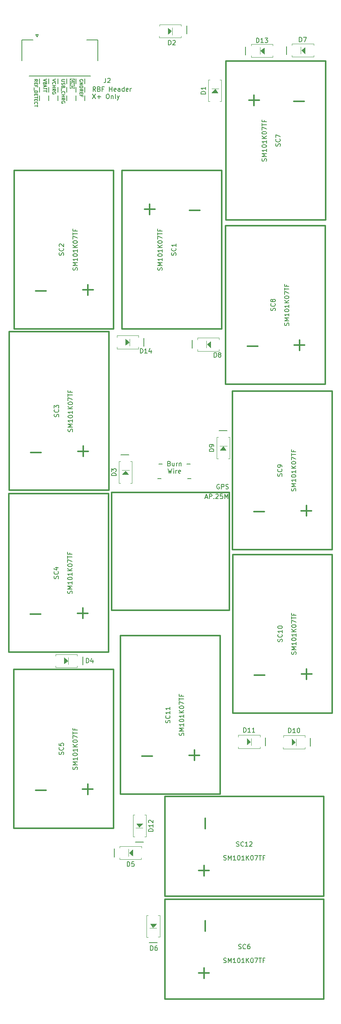
<source format=gbr>
%TF.GenerationSoftware,KiCad,Pcbnew,8.0.5*%
%TF.CreationDate,2024-12-03T18:17:28-08:00*%
%TF.ProjectId,Stationary_X_Panel,53746174-696f-46e6-9172-795f585f5061,1b*%
%TF.SameCoordinates,Original*%
%TF.FileFunction,Legend,Top*%
%TF.FilePolarity,Positive*%
%FSLAX46Y46*%
G04 Gerber Fmt 4.6, Leading zero omitted, Abs format (unit mm)*
G04 Created by KiCad (PCBNEW 8.0.5) date 2024-12-03 18:17:28*
%MOMM*%
%LPD*%
G01*
G04 APERTURE LIST*
%ADD10C,0.150000*%
%ADD11C,0.175000*%
%ADD12C,0.200000*%
%ADD13C,0.300000*%
%ADD14C,0.120000*%
%ADD15C,0.100000*%
%ADD16C,0.127000*%
G04 APERTURE END LIST*
D10*
X82145000Y-111252000D02*
X80345000Y-111252000D01*
X63670000Y-202000000D02*
X61870000Y-202000000D01*
X100470000Y-180825000D02*
X100470000Y-179025000D01*
X57220000Y-205250000D02*
X57220000Y-203450000D01*
X60474000Y-116586000D02*
X58674000Y-116586000D01*
X74438000Y-91242000D02*
X74438000Y-93042000D01*
X66695000Y-224150000D02*
X64895000Y-224150000D01*
X90545000Y-178950000D02*
X90545000Y-180750000D01*
X95220000Y-28225000D02*
X95220000Y-26425000D01*
X86220000Y-28325000D02*
X86220000Y-26525000D01*
X50245000Y-162875000D02*
X50245000Y-161075000D01*
X73195000Y-23700000D02*
X73195000Y-21900000D01*
X63754000Y-92594000D02*
X63754000Y-90794000D01*
D11*
X39594766Y-34181797D02*
X39928100Y-33948464D01*
X39594766Y-33781797D02*
X40294766Y-33781797D01*
X40294766Y-33781797D02*
X40294766Y-34048464D01*
X40294766Y-34048464D02*
X40261433Y-34115131D01*
X40261433Y-34115131D02*
X40228100Y-34148464D01*
X40228100Y-34148464D02*
X40161433Y-34181797D01*
X40161433Y-34181797D02*
X40061433Y-34181797D01*
X40061433Y-34181797D02*
X39994766Y-34148464D01*
X39994766Y-34148464D02*
X39961433Y-34115131D01*
X39961433Y-34115131D02*
X39928100Y-34048464D01*
X39928100Y-34048464D02*
X39928100Y-33781797D01*
X39961433Y-34481797D02*
X39961433Y-34715131D01*
X39594766Y-34815131D02*
X39594766Y-34481797D01*
X39594766Y-34481797D02*
X40294766Y-34481797D01*
X40294766Y-34481797D02*
X40294766Y-34815131D01*
X39961433Y-35348464D02*
X39961433Y-35115130D01*
X39594766Y-35115130D02*
X40294766Y-35115130D01*
X40294766Y-35115130D02*
X40294766Y-35448464D01*
X39528100Y-35548464D02*
X39528100Y-36081797D01*
X39594766Y-36248463D02*
X40294766Y-36248463D01*
X40294766Y-36248463D02*
X40294766Y-36415130D01*
X40294766Y-36415130D02*
X40261433Y-36515130D01*
X40261433Y-36515130D02*
X40194766Y-36581797D01*
X40194766Y-36581797D02*
X40128100Y-36615130D01*
X40128100Y-36615130D02*
X39994766Y-36648463D01*
X39994766Y-36648463D02*
X39894766Y-36648463D01*
X39894766Y-36648463D02*
X39761433Y-36615130D01*
X39761433Y-36615130D02*
X39694766Y-36581797D01*
X39694766Y-36581797D02*
X39628100Y-36515130D01*
X39628100Y-36515130D02*
X39594766Y-36415130D01*
X39594766Y-36415130D02*
X39594766Y-36248463D01*
X39961433Y-36948463D02*
X39961433Y-37181797D01*
X39594766Y-37281797D02*
X39594766Y-36948463D01*
X39594766Y-36948463D02*
X40294766Y-36948463D01*
X40294766Y-36948463D02*
X40294766Y-37281797D01*
X40294766Y-37481796D02*
X40294766Y-37881796D01*
X39594766Y-37681796D02*
X40294766Y-37681796D01*
X39961433Y-38115129D02*
X39961433Y-38348463D01*
X39594766Y-38448463D02*
X39594766Y-38115129D01*
X39594766Y-38115129D02*
X40294766Y-38115129D01*
X40294766Y-38115129D02*
X40294766Y-38448463D01*
X39661433Y-39148462D02*
X39628100Y-39115129D01*
X39628100Y-39115129D02*
X39594766Y-39015129D01*
X39594766Y-39015129D02*
X39594766Y-38948462D01*
X39594766Y-38948462D02*
X39628100Y-38848462D01*
X39628100Y-38848462D02*
X39694766Y-38781796D01*
X39694766Y-38781796D02*
X39761433Y-38748462D01*
X39761433Y-38748462D02*
X39894766Y-38715129D01*
X39894766Y-38715129D02*
X39994766Y-38715129D01*
X39994766Y-38715129D02*
X40128100Y-38748462D01*
X40128100Y-38748462D02*
X40194766Y-38781796D01*
X40194766Y-38781796D02*
X40261433Y-38848462D01*
X40261433Y-38848462D02*
X40294766Y-38948462D01*
X40294766Y-38948462D02*
X40294766Y-39015129D01*
X40294766Y-39015129D02*
X40261433Y-39115129D01*
X40261433Y-39115129D02*
X40228100Y-39148462D01*
X40294766Y-39348462D02*
X40294766Y-39748462D01*
X39594766Y-39548462D02*
X40294766Y-39548462D01*
D12*
X50734600Y-38426279D02*
X50734600Y-37283422D01*
X50734600Y-36569136D02*
X50734600Y-35426279D01*
X50734600Y-34711993D02*
X50734600Y-33569136D01*
X40734600Y-38426279D02*
X40734600Y-37283422D01*
X40734600Y-36569136D02*
X40734600Y-35426279D01*
X40734600Y-34711993D02*
X40734600Y-33569136D01*
D10*
X53103207Y-36349875D02*
X52769874Y-35873684D01*
X52531779Y-36349875D02*
X52531779Y-35349875D01*
X52531779Y-35349875D02*
X52912731Y-35349875D01*
X52912731Y-35349875D02*
X53007969Y-35397494D01*
X53007969Y-35397494D02*
X53055588Y-35445113D01*
X53055588Y-35445113D02*
X53103207Y-35540351D01*
X53103207Y-35540351D02*
X53103207Y-35683208D01*
X53103207Y-35683208D02*
X53055588Y-35778446D01*
X53055588Y-35778446D02*
X53007969Y-35826065D01*
X53007969Y-35826065D02*
X52912731Y-35873684D01*
X52912731Y-35873684D02*
X52531779Y-35873684D01*
X53865112Y-35826065D02*
X54007969Y-35873684D01*
X54007969Y-35873684D02*
X54055588Y-35921303D01*
X54055588Y-35921303D02*
X54103207Y-36016541D01*
X54103207Y-36016541D02*
X54103207Y-36159398D01*
X54103207Y-36159398D02*
X54055588Y-36254636D01*
X54055588Y-36254636D02*
X54007969Y-36302256D01*
X54007969Y-36302256D02*
X53912731Y-36349875D01*
X53912731Y-36349875D02*
X53531779Y-36349875D01*
X53531779Y-36349875D02*
X53531779Y-35349875D01*
X53531779Y-35349875D02*
X53865112Y-35349875D01*
X53865112Y-35349875D02*
X53960350Y-35397494D01*
X53960350Y-35397494D02*
X54007969Y-35445113D01*
X54007969Y-35445113D02*
X54055588Y-35540351D01*
X54055588Y-35540351D02*
X54055588Y-35635589D01*
X54055588Y-35635589D02*
X54007969Y-35730827D01*
X54007969Y-35730827D02*
X53960350Y-35778446D01*
X53960350Y-35778446D02*
X53865112Y-35826065D01*
X53865112Y-35826065D02*
X53531779Y-35826065D01*
X54865112Y-35826065D02*
X54531779Y-35826065D01*
X54531779Y-36349875D02*
X54531779Y-35349875D01*
X54531779Y-35349875D02*
X55007969Y-35349875D01*
X56150827Y-36349875D02*
X56150827Y-35349875D01*
X56150827Y-35826065D02*
X56722255Y-35826065D01*
X56722255Y-36349875D02*
X56722255Y-35349875D01*
X57579398Y-36302256D02*
X57484160Y-36349875D01*
X57484160Y-36349875D02*
X57293684Y-36349875D01*
X57293684Y-36349875D02*
X57198446Y-36302256D01*
X57198446Y-36302256D02*
X57150827Y-36207017D01*
X57150827Y-36207017D02*
X57150827Y-35826065D01*
X57150827Y-35826065D02*
X57198446Y-35730827D01*
X57198446Y-35730827D02*
X57293684Y-35683208D01*
X57293684Y-35683208D02*
X57484160Y-35683208D01*
X57484160Y-35683208D02*
X57579398Y-35730827D01*
X57579398Y-35730827D02*
X57627017Y-35826065D01*
X57627017Y-35826065D02*
X57627017Y-35921303D01*
X57627017Y-35921303D02*
X57150827Y-36016541D01*
X58484160Y-36349875D02*
X58484160Y-35826065D01*
X58484160Y-35826065D02*
X58436541Y-35730827D01*
X58436541Y-35730827D02*
X58341303Y-35683208D01*
X58341303Y-35683208D02*
X58150827Y-35683208D01*
X58150827Y-35683208D02*
X58055589Y-35730827D01*
X58484160Y-36302256D02*
X58388922Y-36349875D01*
X58388922Y-36349875D02*
X58150827Y-36349875D01*
X58150827Y-36349875D02*
X58055589Y-36302256D01*
X58055589Y-36302256D02*
X58007970Y-36207017D01*
X58007970Y-36207017D02*
X58007970Y-36111779D01*
X58007970Y-36111779D02*
X58055589Y-36016541D01*
X58055589Y-36016541D02*
X58150827Y-35968922D01*
X58150827Y-35968922D02*
X58388922Y-35968922D01*
X58388922Y-35968922D02*
X58484160Y-35921303D01*
X59388922Y-36349875D02*
X59388922Y-35349875D01*
X59388922Y-36302256D02*
X59293684Y-36349875D01*
X59293684Y-36349875D02*
X59103208Y-36349875D01*
X59103208Y-36349875D02*
X59007970Y-36302256D01*
X59007970Y-36302256D02*
X58960351Y-36254636D01*
X58960351Y-36254636D02*
X58912732Y-36159398D01*
X58912732Y-36159398D02*
X58912732Y-35873684D01*
X58912732Y-35873684D02*
X58960351Y-35778446D01*
X58960351Y-35778446D02*
X59007970Y-35730827D01*
X59007970Y-35730827D02*
X59103208Y-35683208D01*
X59103208Y-35683208D02*
X59293684Y-35683208D01*
X59293684Y-35683208D02*
X59388922Y-35730827D01*
X60246065Y-36302256D02*
X60150827Y-36349875D01*
X60150827Y-36349875D02*
X59960351Y-36349875D01*
X59960351Y-36349875D02*
X59865113Y-36302256D01*
X59865113Y-36302256D02*
X59817494Y-36207017D01*
X59817494Y-36207017D02*
X59817494Y-35826065D01*
X59817494Y-35826065D02*
X59865113Y-35730827D01*
X59865113Y-35730827D02*
X59960351Y-35683208D01*
X59960351Y-35683208D02*
X60150827Y-35683208D01*
X60150827Y-35683208D02*
X60246065Y-35730827D01*
X60246065Y-35730827D02*
X60293684Y-35826065D01*
X60293684Y-35826065D02*
X60293684Y-35921303D01*
X60293684Y-35921303D02*
X59817494Y-36016541D01*
X60722256Y-36349875D02*
X60722256Y-35683208D01*
X60722256Y-35873684D02*
X60769875Y-35778446D01*
X60769875Y-35778446D02*
X60817494Y-35730827D01*
X60817494Y-35730827D02*
X60912732Y-35683208D01*
X60912732Y-35683208D02*
X61007970Y-35683208D01*
X52436541Y-36959819D02*
X53103207Y-37959819D01*
X53103207Y-36959819D02*
X52436541Y-37959819D01*
X53484160Y-37578866D02*
X54246065Y-37578866D01*
X53865112Y-37959819D02*
X53865112Y-37197914D01*
X55674636Y-36959819D02*
X55865112Y-36959819D01*
X55865112Y-36959819D02*
X55960350Y-37007438D01*
X55960350Y-37007438D02*
X56055588Y-37102676D01*
X56055588Y-37102676D02*
X56103207Y-37293152D01*
X56103207Y-37293152D02*
X56103207Y-37626485D01*
X56103207Y-37626485D02*
X56055588Y-37816961D01*
X56055588Y-37816961D02*
X55960350Y-37912200D01*
X55960350Y-37912200D02*
X55865112Y-37959819D01*
X55865112Y-37959819D02*
X55674636Y-37959819D01*
X55674636Y-37959819D02*
X55579398Y-37912200D01*
X55579398Y-37912200D02*
X55484160Y-37816961D01*
X55484160Y-37816961D02*
X55436541Y-37626485D01*
X55436541Y-37626485D02*
X55436541Y-37293152D01*
X55436541Y-37293152D02*
X55484160Y-37102676D01*
X55484160Y-37102676D02*
X55579398Y-37007438D01*
X55579398Y-37007438D02*
X55674636Y-36959819D01*
X56531779Y-37293152D02*
X56531779Y-37959819D01*
X56531779Y-37388390D02*
X56579398Y-37340771D01*
X56579398Y-37340771D02*
X56674636Y-37293152D01*
X56674636Y-37293152D02*
X56817493Y-37293152D01*
X56817493Y-37293152D02*
X56912731Y-37340771D01*
X56912731Y-37340771D02*
X56960350Y-37436009D01*
X56960350Y-37436009D02*
X56960350Y-37959819D01*
X57579398Y-37959819D02*
X57484160Y-37912200D01*
X57484160Y-37912200D02*
X57436541Y-37816961D01*
X57436541Y-37816961D02*
X57436541Y-36959819D01*
X57865113Y-37293152D02*
X58103208Y-37959819D01*
X58341303Y-37293152D02*
X58103208Y-37959819D01*
X58103208Y-37959819D02*
X58007970Y-38197914D01*
X58007970Y-38197914D02*
X57960351Y-38245533D01*
X57960351Y-38245533D02*
X57865113Y-38293152D01*
D11*
X42294766Y-33681797D02*
X41594766Y-33915131D01*
X41594766Y-33915131D02*
X42294766Y-34148464D01*
X41961433Y-34615131D02*
X41928100Y-34715131D01*
X41928100Y-34715131D02*
X41894766Y-34748464D01*
X41894766Y-34748464D02*
X41828100Y-34781797D01*
X41828100Y-34781797D02*
X41728100Y-34781797D01*
X41728100Y-34781797D02*
X41661433Y-34748464D01*
X41661433Y-34748464D02*
X41628100Y-34715131D01*
X41628100Y-34715131D02*
X41594766Y-34648464D01*
X41594766Y-34648464D02*
X41594766Y-34381797D01*
X41594766Y-34381797D02*
X42294766Y-34381797D01*
X42294766Y-34381797D02*
X42294766Y-34615131D01*
X42294766Y-34615131D02*
X42261433Y-34681797D01*
X42261433Y-34681797D02*
X42228100Y-34715131D01*
X42228100Y-34715131D02*
X42161433Y-34748464D01*
X42161433Y-34748464D02*
X42094766Y-34748464D01*
X42094766Y-34748464D02*
X42028100Y-34715131D01*
X42028100Y-34715131D02*
X41994766Y-34681797D01*
X41994766Y-34681797D02*
X41961433Y-34615131D01*
X41961433Y-34615131D02*
X41961433Y-34381797D01*
X41794766Y-35048464D02*
X41794766Y-35381797D01*
X41594766Y-34981797D02*
X42294766Y-35215131D01*
X42294766Y-35215131D02*
X41594766Y-35448464D01*
X42294766Y-35581797D02*
X42294766Y-35981797D01*
X41594766Y-35781797D02*
X42294766Y-35781797D01*
X42294766Y-36115130D02*
X42294766Y-36515130D01*
X41594766Y-36315130D02*
X42294766Y-36315130D01*
X46294766Y-33781797D02*
X45728100Y-33781797D01*
X45728100Y-33781797D02*
X45661433Y-33815131D01*
X45661433Y-33815131D02*
X45628100Y-33848464D01*
X45628100Y-33848464D02*
X45594766Y-33915131D01*
X45594766Y-33915131D02*
X45594766Y-34048464D01*
X45594766Y-34048464D02*
X45628100Y-34115131D01*
X45628100Y-34115131D02*
X45661433Y-34148464D01*
X45661433Y-34148464D02*
X45728100Y-34181797D01*
X45728100Y-34181797D02*
X46294766Y-34181797D01*
X45628100Y-34481797D02*
X45594766Y-34581797D01*
X45594766Y-34581797D02*
X45594766Y-34748464D01*
X45594766Y-34748464D02*
X45628100Y-34815130D01*
X45628100Y-34815130D02*
X45661433Y-34848464D01*
X45661433Y-34848464D02*
X45728100Y-34881797D01*
X45728100Y-34881797D02*
X45794766Y-34881797D01*
X45794766Y-34881797D02*
X45861433Y-34848464D01*
X45861433Y-34848464D02*
X45894766Y-34815130D01*
X45894766Y-34815130D02*
X45928100Y-34748464D01*
X45928100Y-34748464D02*
X45961433Y-34615130D01*
X45961433Y-34615130D02*
X45994766Y-34548464D01*
X45994766Y-34548464D02*
X46028100Y-34515130D01*
X46028100Y-34515130D02*
X46094766Y-34481797D01*
X46094766Y-34481797D02*
X46161433Y-34481797D01*
X46161433Y-34481797D02*
X46228100Y-34515130D01*
X46228100Y-34515130D02*
X46261433Y-34548464D01*
X46261433Y-34548464D02*
X46294766Y-34615130D01*
X46294766Y-34615130D02*
X46294766Y-34781797D01*
X46294766Y-34781797D02*
X46261433Y-34881797D01*
X45961433Y-35415131D02*
X45928100Y-35515131D01*
X45928100Y-35515131D02*
X45894766Y-35548464D01*
X45894766Y-35548464D02*
X45828100Y-35581797D01*
X45828100Y-35581797D02*
X45728100Y-35581797D01*
X45728100Y-35581797D02*
X45661433Y-35548464D01*
X45661433Y-35548464D02*
X45628100Y-35515131D01*
X45628100Y-35515131D02*
X45594766Y-35448464D01*
X45594766Y-35448464D02*
X45594766Y-35181797D01*
X45594766Y-35181797D02*
X46294766Y-35181797D01*
X46294766Y-35181797D02*
X46294766Y-35415131D01*
X46294766Y-35415131D02*
X46261433Y-35481797D01*
X46261433Y-35481797D02*
X46228100Y-35515131D01*
X46228100Y-35515131D02*
X46161433Y-35548464D01*
X46161433Y-35548464D02*
X46094766Y-35548464D01*
X46094766Y-35548464D02*
X46028100Y-35515131D01*
X46028100Y-35515131D02*
X45994766Y-35481797D01*
X45994766Y-35481797D02*
X45961433Y-35415131D01*
X45961433Y-35415131D02*
X45961433Y-35181797D01*
X45528100Y-35715131D02*
X45528100Y-36248464D01*
X45661433Y-36815130D02*
X45628100Y-36781797D01*
X45628100Y-36781797D02*
X45594766Y-36681797D01*
X45594766Y-36681797D02*
X45594766Y-36615130D01*
X45594766Y-36615130D02*
X45628100Y-36515130D01*
X45628100Y-36515130D02*
X45694766Y-36448464D01*
X45694766Y-36448464D02*
X45761433Y-36415130D01*
X45761433Y-36415130D02*
X45894766Y-36381797D01*
X45894766Y-36381797D02*
X45994766Y-36381797D01*
X45994766Y-36381797D02*
X46128100Y-36415130D01*
X46128100Y-36415130D02*
X46194766Y-36448464D01*
X46194766Y-36448464D02*
X46261433Y-36515130D01*
X46261433Y-36515130D02*
X46294766Y-36615130D01*
X46294766Y-36615130D02*
X46294766Y-36681797D01*
X46294766Y-36681797D02*
X46261433Y-36781797D01*
X46261433Y-36781797D02*
X46228100Y-36815130D01*
X45594766Y-37115130D02*
X46294766Y-37115130D01*
X45961433Y-37115130D02*
X45961433Y-37515130D01*
X45594766Y-37515130D02*
X46294766Y-37515130D01*
X45594766Y-38248463D02*
X45928100Y-38015130D01*
X45594766Y-37848463D02*
X46294766Y-37848463D01*
X46294766Y-37848463D02*
X46294766Y-38115130D01*
X46294766Y-38115130D02*
X46261433Y-38181797D01*
X46261433Y-38181797D02*
X46228100Y-38215130D01*
X46228100Y-38215130D02*
X46161433Y-38248463D01*
X46161433Y-38248463D02*
X46061433Y-38248463D01*
X46061433Y-38248463D02*
X45994766Y-38215130D01*
X45994766Y-38215130D02*
X45961433Y-38181797D01*
X45961433Y-38181797D02*
X45928100Y-38115130D01*
X45928100Y-38115130D02*
X45928100Y-37848463D01*
X46261433Y-38915130D02*
X46294766Y-38848463D01*
X46294766Y-38848463D02*
X46294766Y-38748463D01*
X46294766Y-38748463D02*
X46261433Y-38648463D01*
X46261433Y-38648463D02*
X46194766Y-38581797D01*
X46194766Y-38581797D02*
X46128100Y-38548463D01*
X46128100Y-38548463D02*
X45994766Y-38515130D01*
X45994766Y-38515130D02*
X45894766Y-38515130D01*
X45894766Y-38515130D02*
X45761433Y-38548463D01*
X45761433Y-38548463D02*
X45694766Y-38581797D01*
X45694766Y-38581797D02*
X45628100Y-38648463D01*
X45628100Y-38648463D02*
X45594766Y-38748463D01*
X45594766Y-38748463D02*
X45594766Y-38815130D01*
X45594766Y-38815130D02*
X45628100Y-38915130D01*
X45628100Y-38915130D02*
X45661433Y-38948463D01*
X45661433Y-38948463D02*
X45894766Y-38948463D01*
X45894766Y-38948463D02*
X45894766Y-38815130D01*
D12*
X48734600Y-38426279D02*
X48734600Y-37283422D01*
X48734600Y-36569136D02*
X48734600Y-35426279D01*
X48734600Y-34711993D02*
X48734600Y-33569136D01*
D10*
X67018809Y-118613922D02*
X67780714Y-118613922D01*
X69352142Y-118471065D02*
X69494999Y-118518684D01*
X69494999Y-118518684D02*
X69542618Y-118566303D01*
X69542618Y-118566303D02*
X69590237Y-118661541D01*
X69590237Y-118661541D02*
X69590237Y-118804398D01*
X69590237Y-118804398D02*
X69542618Y-118899636D01*
X69542618Y-118899636D02*
X69494999Y-118947256D01*
X69494999Y-118947256D02*
X69399761Y-118994875D01*
X69399761Y-118994875D02*
X69018809Y-118994875D01*
X69018809Y-118994875D02*
X69018809Y-117994875D01*
X69018809Y-117994875D02*
X69352142Y-117994875D01*
X69352142Y-117994875D02*
X69447380Y-118042494D01*
X69447380Y-118042494D02*
X69494999Y-118090113D01*
X69494999Y-118090113D02*
X69542618Y-118185351D01*
X69542618Y-118185351D02*
X69542618Y-118280589D01*
X69542618Y-118280589D02*
X69494999Y-118375827D01*
X69494999Y-118375827D02*
X69447380Y-118423446D01*
X69447380Y-118423446D02*
X69352142Y-118471065D01*
X69352142Y-118471065D02*
X69018809Y-118471065D01*
X70447380Y-118328208D02*
X70447380Y-118994875D01*
X70018809Y-118328208D02*
X70018809Y-118852017D01*
X70018809Y-118852017D02*
X70066428Y-118947256D01*
X70066428Y-118947256D02*
X70161666Y-118994875D01*
X70161666Y-118994875D02*
X70304523Y-118994875D01*
X70304523Y-118994875D02*
X70399761Y-118947256D01*
X70399761Y-118947256D02*
X70447380Y-118899636D01*
X70923571Y-118994875D02*
X70923571Y-118328208D01*
X70923571Y-118518684D02*
X70971190Y-118423446D01*
X70971190Y-118423446D02*
X71018809Y-118375827D01*
X71018809Y-118375827D02*
X71114047Y-118328208D01*
X71114047Y-118328208D02*
X71209285Y-118328208D01*
X71542619Y-118328208D02*
X71542619Y-118994875D01*
X71542619Y-118423446D02*
X71590238Y-118375827D01*
X71590238Y-118375827D02*
X71685476Y-118328208D01*
X71685476Y-118328208D02*
X71828333Y-118328208D01*
X71828333Y-118328208D02*
X71923571Y-118375827D01*
X71923571Y-118375827D02*
X71971190Y-118471065D01*
X71971190Y-118471065D02*
X71971190Y-118994875D01*
X73209286Y-118613922D02*
X73971191Y-118613922D01*
X69090238Y-119604819D02*
X69328333Y-120604819D01*
X69328333Y-120604819D02*
X69518809Y-119890533D01*
X69518809Y-119890533D02*
X69709285Y-120604819D01*
X69709285Y-120604819D02*
X69947381Y-119604819D01*
X70328333Y-120604819D02*
X70328333Y-119938152D01*
X70328333Y-119604819D02*
X70280714Y-119652438D01*
X70280714Y-119652438D02*
X70328333Y-119700057D01*
X70328333Y-119700057D02*
X70375952Y-119652438D01*
X70375952Y-119652438D02*
X70328333Y-119604819D01*
X70328333Y-119604819D02*
X70328333Y-119700057D01*
X70804523Y-120604819D02*
X70804523Y-119938152D01*
X70804523Y-120128628D02*
X70852142Y-120033390D01*
X70852142Y-120033390D02*
X70899761Y-119985771D01*
X70899761Y-119985771D02*
X70994999Y-119938152D01*
X70994999Y-119938152D02*
X71090237Y-119938152D01*
X71804523Y-120557200D02*
X71709285Y-120604819D01*
X71709285Y-120604819D02*
X71518809Y-120604819D01*
X71518809Y-120604819D02*
X71423571Y-120557200D01*
X71423571Y-120557200D02*
X71375952Y-120461961D01*
X71375952Y-120461961D02*
X71375952Y-120081009D01*
X71375952Y-120081009D02*
X71423571Y-119985771D01*
X71423571Y-119985771D02*
X71518809Y-119938152D01*
X71518809Y-119938152D02*
X71709285Y-119938152D01*
X71709285Y-119938152D02*
X71804523Y-119985771D01*
X71804523Y-119985771D02*
X71852142Y-120081009D01*
X71852142Y-120081009D02*
X71852142Y-120176247D01*
X71852142Y-120176247D02*
X71375952Y-120271485D01*
X66828333Y-121833810D02*
X67590238Y-121833810D01*
X73399763Y-121833810D02*
X74161668Y-121833810D01*
X77295000Y-125919104D02*
X77771190Y-125919104D01*
X77199762Y-126204819D02*
X77533095Y-125204819D01*
X77533095Y-125204819D02*
X77866428Y-126204819D01*
X78199762Y-126204819D02*
X78199762Y-125204819D01*
X78199762Y-125204819D02*
X78580714Y-125204819D01*
X78580714Y-125204819D02*
X78675952Y-125252438D01*
X78675952Y-125252438D02*
X78723571Y-125300057D01*
X78723571Y-125300057D02*
X78771190Y-125395295D01*
X78771190Y-125395295D02*
X78771190Y-125538152D01*
X78771190Y-125538152D02*
X78723571Y-125633390D01*
X78723571Y-125633390D02*
X78675952Y-125681009D01*
X78675952Y-125681009D02*
X78580714Y-125728628D01*
X78580714Y-125728628D02*
X78199762Y-125728628D01*
X79199762Y-126109580D02*
X79247381Y-126157200D01*
X79247381Y-126157200D02*
X79199762Y-126204819D01*
X79199762Y-126204819D02*
X79152143Y-126157200D01*
X79152143Y-126157200D02*
X79199762Y-126109580D01*
X79199762Y-126109580D02*
X79199762Y-126204819D01*
X79628333Y-125300057D02*
X79675952Y-125252438D01*
X79675952Y-125252438D02*
X79771190Y-125204819D01*
X79771190Y-125204819D02*
X80009285Y-125204819D01*
X80009285Y-125204819D02*
X80104523Y-125252438D01*
X80104523Y-125252438D02*
X80152142Y-125300057D01*
X80152142Y-125300057D02*
X80199761Y-125395295D01*
X80199761Y-125395295D02*
X80199761Y-125490533D01*
X80199761Y-125490533D02*
X80152142Y-125633390D01*
X80152142Y-125633390D02*
X79580714Y-126204819D01*
X79580714Y-126204819D02*
X80199761Y-126204819D01*
X81104523Y-125204819D02*
X80628333Y-125204819D01*
X80628333Y-125204819D02*
X80580714Y-125681009D01*
X80580714Y-125681009D02*
X80628333Y-125633390D01*
X80628333Y-125633390D02*
X80723571Y-125585771D01*
X80723571Y-125585771D02*
X80961666Y-125585771D01*
X80961666Y-125585771D02*
X81056904Y-125633390D01*
X81056904Y-125633390D02*
X81104523Y-125681009D01*
X81104523Y-125681009D02*
X81152142Y-125776247D01*
X81152142Y-125776247D02*
X81152142Y-126014342D01*
X81152142Y-126014342D02*
X81104523Y-126109580D01*
X81104523Y-126109580D02*
X81056904Y-126157200D01*
X81056904Y-126157200D02*
X80961666Y-126204819D01*
X80961666Y-126204819D02*
X80723571Y-126204819D01*
X80723571Y-126204819D02*
X80628333Y-126157200D01*
X80628333Y-126157200D02*
X80580714Y-126109580D01*
X81580714Y-126204819D02*
X81580714Y-125204819D01*
X81580714Y-125204819D02*
X81914047Y-125919104D01*
X81914047Y-125919104D02*
X82247380Y-125204819D01*
X82247380Y-125204819D02*
X82247380Y-126204819D01*
D12*
X42734600Y-38426279D02*
X42734600Y-37283422D01*
X42734600Y-36569136D02*
X42734600Y-35426279D01*
X42734600Y-34711993D02*
X42734600Y-33569136D01*
X44734600Y-38426279D02*
X44734600Y-37283422D01*
X44734600Y-36569136D02*
X44734600Y-35426279D01*
X44734600Y-34711993D02*
X44734600Y-33569136D01*
D10*
X80405714Y-123102438D02*
X80310476Y-123054819D01*
X80310476Y-123054819D02*
X80167619Y-123054819D01*
X80167619Y-123054819D02*
X80024762Y-123102438D01*
X80024762Y-123102438D02*
X79929524Y-123197676D01*
X79929524Y-123197676D02*
X79881905Y-123292914D01*
X79881905Y-123292914D02*
X79834286Y-123483390D01*
X79834286Y-123483390D02*
X79834286Y-123626247D01*
X79834286Y-123626247D02*
X79881905Y-123816723D01*
X79881905Y-123816723D02*
X79929524Y-123911961D01*
X79929524Y-123911961D02*
X80024762Y-124007200D01*
X80024762Y-124007200D02*
X80167619Y-124054819D01*
X80167619Y-124054819D02*
X80262857Y-124054819D01*
X80262857Y-124054819D02*
X80405714Y-124007200D01*
X80405714Y-124007200D02*
X80453333Y-123959580D01*
X80453333Y-123959580D02*
X80453333Y-123626247D01*
X80453333Y-123626247D02*
X80262857Y-123626247D01*
X80881905Y-124054819D02*
X80881905Y-123054819D01*
X80881905Y-123054819D02*
X81262857Y-123054819D01*
X81262857Y-123054819D02*
X81358095Y-123102438D01*
X81358095Y-123102438D02*
X81405714Y-123150057D01*
X81405714Y-123150057D02*
X81453333Y-123245295D01*
X81453333Y-123245295D02*
X81453333Y-123388152D01*
X81453333Y-123388152D02*
X81405714Y-123483390D01*
X81405714Y-123483390D02*
X81358095Y-123531009D01*
X81358095Y-123531009D02*
X81262857Y-123578628D01*
X81262857Y-123578628D02*
X80881905Y-123578628D01*
X81834286Y-124007200D02*
X81977143Y-124054819D01*
X81977143Y-124054819D02*
X82215238Y-124054819D01*
X82215238Y-124054819D02*
X82310476Y-124007200D01*
X82310476Y-124007200D02*
X82358095Y-123959580D01*
X82358095Y-123959580D02*
X82405714Y-123864342D01*
X82405714Y-123864342D02*
X82405714Y-123769104D01*
X82405714Y-123769104D02*
X82358095Y-123673866D01*
X82358095Y-123673866D02*
X82310476Y-123626247D01*
X82310476Y-123626247D02*
X82215238Y-123578628D01*
X82215238Y-123578628D02*
X82024762Y-123531009D01*
X82024762Y-123531009D02*
X81929524Y-123483390D01*
X81929524Y-123483390D02*
X81881905Y-123435771D01*
X81881905Y-123435771D02*
X81834286Y-123340533D01*
X81834286Y-123340533D02*
X81834286Y-123245295D01*
X81834286Y-123245295D02*
X81881905Y-123150057D01*
X81881905Y-123150057D02*
X81929524Y-123102438D01*
X81929524Y-123102438D02*
X82024762Y-123054819D01*
X82024762Y-123054819D02*
X82262857Y-123054819D01*
X82262857Y-123054819D02*
X82405714Y-123102438D01*
D11*
G36*
X48207266Y-35367597D02*
G01*
X48184954Y-35434531D01*
X48142933Y-35476553D01*
X48097560Y-35499239D01*
X47983992Y-35527630D01*
X47905539Y-35527630D01*
X47791972Y-35499238D01*
X47746596Y-35476550D01*
X47704577Y-35434531D01*
X47682266Y-35367597D01*
X47682266Y-35302630D01*
X48207266Y-35302630D01*
X48207266Y-35367597D01*
G37*
G36*
X48469766Y-35790130D02*
G01*
X47419766Y-35790130D01*
X47419766Y-35215130D01*
X47507266Y-35215130D01*
X47507266Y-35381797D01*
X47508116Y-35390436D01*
X47507953Y-35392742D01*
X47508642Y-35395773D01*
X47508947Y-35398867D01*
X47509831Y-35401001D01*
X47511756Y-35409467D01*
X47545090Y-35509467D01*
X47552083Y-35525129D01*
X47554142Y-35527503D01*
X47555346Y-35530409D01*
X47566228Y-35543668D01*
X47632894Y-35610336D01*
X47639604Y-35615843D01*
X47641119Y-35617589D01*
X47643751Y-35619246D01*
X47646153Y-35621217D01*
X47648285Y-35622100D01*
X47655635Y-35626727D01*
X47722303Y-35660060D01*
X47723550Y-35660537D01*
X47724059Y-35660914D01*
X47731231Y-35663476D01*
X47738322Y-35666190D01*
X47738950Y-35666234D01*
X47740211Y-35666685D01*
X47873544Y-35700017D01*
X47876502Y-35700454D01*
X47877696Y-35700949D01*
X47884123Y-35701581D01*
X47890512Y-35702527D01*
X47891789Y-35702336D01*
X47894766Y-35702630D01*
X47994766Y-35702630D01*
X47997742Y-35702336D01*
X47999020Y-35702527D01*
X48005416Y-35701581D01*
X48011836Y-35700949D01*
X48013026Y-35700455D01*
X48015988Y-35700018D01*
X48149321Y-35666685D01*
X48150580Y-35666234D01*
X48151212Y-35666190D01*
X48158304Y-35663475D01*
X48165474Y-35660914D01*
X48165983Y-35660536D01*
X48167231Y-35660059D01*
X48233897Y-35626726D01*
X48241240Y-35622103D01*
X48243379Y-35621218D01*
X48245785Y-35619242D01*
X48248413Y-35617589D01*
X48249925Y-35615845D01*
X48256638Y-35610336D01*
X48323305Y-35543669D01*
X48334186Y-35530410D01*
X48335389Y-35527505D01*
X48337450Y-35525129D01*
X48344443Y-35509467D01*
X48377776Y-35409467D01*
X48379700Y-35401001D01*
X48380585Y-35398867D01*
X48380889Y-35395772D01*
X48381579Y-35392741D01*
X48381415Y-35390436D01*
X48382266Y-35381797D01*
X48382266Y-35215130D01*
X48380585Y-35198060D01*
X48367520Y-35166518D01*
X48343378Y-35142376D01*
X48311836Y-35129311D01*
X48294766Y-35127630D01*
X47594766Y-35127630D01*
X47577696Y-35129311D01*
X47546154Y-35142376D01*
X47522012Y-35166518D01*
X47508947Y-35198060D01*
X47507266Y-35215130D01*
X47419766Y-35215130D01*
X47419766Y-34875686D01*
X47507480Y-34875686D01*
X47508947Y-34887227D01*
X47508947Y-34898867D01*
X47511081Y-34904020D01*
X47511785Y-34909554D01*
X47517559Y-34919659D01*
X47522012Y-34930409D01*
X47525955Y-34934352D01*
X47528723Y-34939196D01*
X47537926Y-34946323D01*
X47546154Y-34954551D01*
X47551306Y-34956685D01*
X47555716Y-34960100D01*
X47566941Y-34963161D01*
X47577696Y-34967616D01*
X47586429Y-34968476D01*
X47588655Y-34969083D01*
X47590374Y-34968864D01*
X47594766Y-34969297D01*
X48294766Y-34969297D01*
X48311836Y-34967616D01*
X48343378Y-34954551D01*
X48367520Y-34930409D01*
X48380585Y-34898867D01*
X48380585Y-34864727D01*
X48367520Y-34833185D01*
X48343378Y-34809043D01*
X48311836Y-34795978D01*
X48294766Y-34794297D01*
X47924252Y-34794297D01*
X48338178Y-34557768D01*
X48341774Y-34555215D01*
X48343378Y-34554551D01*
X48345011Y-34552917D01*
X48352165Y-34547840D01*
X48359292Y-34538636D01*
X48367520Y-34530409D01*
X48369654Y-34525256D01*
X48373069Y-34520847D01*
X48376131Y-34509619D01*
X48380585Y-34498867D01*
X48380585Y-34493290D01*
X48382053Y-34487908D01*
X48380585Y-34476361D01*
X48380585Y-34464727D01*
X48378450Y-34459574D01*
X48377747Y-34454040D01*
X48371972Y-34443934D01*
X48367520Y-34433185D01*
X48363576Y-34429241D01*
X48360809Y-34424398D01*
X48351605Y-34417270D01*
X48343378Y-34409043D01*
X48338225Y-34406908D01*
X48333816Y-34403494D01*
X48322588Y-34400431D01*
X48311836Y-34395978D01*
X48303107Y-34395118D01*
X48300877Y-34394510D01*
X48299153Y-34394729D01*
X48294766Y-34394297D01*
X47594766Y-34394297D01*
X47577696Y-34395978D01*
X47546154Y-34409043D01*
X47522012Y-34433185D01*
X47508947Y-34464727D01*
X47508947Y-34498867D01*
X47522012Y-34530409D01*
X47546154Y-34554551D01*
X47577696Y-34567616D01*
X47594766Y-34569297D01*
X47965280Y-34569297D01*
X47551354Y-34805826D01*
X47547757Y-34808378D01*
X47546154Y-34809043D01*
X47544520Y-34810676D01*
X47537367Y-34815754D01*
X47530239Y-34824957D01*
X47522012Y-34833185D01*
X47519877Y-34838337D01*
X47516463Y-34842747D01*
X47513401Y-34853972D01*
X47508947Y-34864727D01*
X47508947Y-34870306D01*
X47507480Y-34875686D01*
X47419766Y-34875686D01*
X47419766Y-33981797D01*
X47507266Y-33981797D01*
X47507266Y-34048464D01*
X47508116Y-34057103D01*
X47507953Y-34059409D01*
X47508642Y-34062440D01*
X47508947Y-34065534D01*
X47509831Y-34067668D01*
X47511756Y-34076134D01*
X47545090Y-34176134D01*
X47552083Y-34191796D01*
X47554141Y-34194169D01*
X47555346Y-34197077D01*
X47566228Y-34210336D01*
X47599561Y-34243669D01*
X47612820Y-34254551D01*
X47644362Y-34267616D01*
X47644363Y-34267616D01*
X47661433Y-34269297D01*
X47894766Y-34269297D01*
X47911836Y-34267616D01*
X47943378Y-34254551D01*
X47967520Y-34230409D01*
X47980585Y-34198867D01*
X47982266Y-34181797D01*
X47982266Y-34048464D01*
X47980585Y-34031394D01*
X47967520Y-33999852D01*
X47943378Y-33975710D01*
X47911836Y-33962645D01*
X47877696Y-33962645D01*
X47846154Y-33975710D01*
X47822012Y-33999852D01*
X47808947Y-34031394D01*
X47807266Y-34048464D01*
X47807266Y-34094297D01*
X47702277Y-34094297D01*
X47682266Y-34034264D01*
X47682266Y-33995997D01*
X47704577Y-33929064D01*
X47746598Y-33887042D01*
X47791969Y-33864356D01*
X47905539Y-33835964D01*
X47983992Y-33835964D01*
X48097557Y-33864354D01*
X48142935Y-33887043D01*
X48184954Y-33929062D01*
X48207266Y-33995996D01*
X48207266Y-34061140D01*
X48183170Y-34109333D01*
X48177040Y-34125353D01*
X48174620Y-34159408D01*
X48185417Y-34191798D01*
X48207786Y-34217589D01*
X48238322Y-34232857D01*
X48272377Y-34235277D01*
X48304767Y-34224480D01*
X48330558Y-34202111D01*
X48339696Y-34187595D01*
X48373029Y-34120927D01*
X48379159Y-34104908D01*
X48379381Y-34101771D01*
X48380585Y-34098867D01*
X48382266Y-34081797D01*
X48382266Y-33981797D01*
X48381415Y-33973157D01*
X48381579Y-33970853D01*
X48380889Y-33967821D01*
X48380585Y-33964727D01*
X48379700Y-33962592D01*
X48377776Y-33954127D01*
X48344443Y-33854127D01*
X48337450Y-33838465D01*
X48335389Y-33836089D01*
X48334186Y-33833184D01*
X48323305Y-33819925D01*
X48256637Y-33753259D01*
X48249928Y-33747752D01*
X48248414Y-33746007D01*
X48245782Y-33744350D01*
X48243378Y-33742377D01*
X48241242Y-33741492D01*
X48233898Y-33736869D01*
X48167232Y-33703535D01*
X48165982Y-33703056D01*
X48165474Y-33702680D01*
X48158319Y-33700124D01*
X48151213Y-33697404D01*
X48150580Y-33697359D01*
X48149321Y-33696909D01*
X48015988Y-33663576D01*
X48013026Y-33663138D01*
X48011836Y-33662645D01*
X48005416Y-33662012D01*
X47999020Y-33661067D01*
X47997742Y-33661257D01*
X47994766Y-33660964D01*
X47894766Y-33660964D01*
X47891789Y-33661257D01*
X47890512Y-33661067D01*
X47884123Y-33662012D01*
X47877696Y-33662645D01*
X47876502Y-33663139D01*
X47873544Y-33663577D01*
X47740211Y-33696909D01*
X47738950Y-33697359D01*
X47738321Y-33697404D01*
X47731227Y-33700118D01*
X47724059Y-33702680D01*
X47723550Y-33703056D01*
X47722301Y-33703535D01*
X47655634Y-33736869D01*
X47648289Y-33741492D01*
X47646153Y-33742377D01*
X47643749Y-33744349D01*
X47641118Y-33746006D01*
X47639603Y-33747752D01*
X47632894Y-33753259D01*
X47566228Y-33819925D01*
X47555346Y-33833184D01*
X47554141Y-33836091D01*
X47552083Y-33838465D01*
X47545090Y-33854127D01*
X47511756Y-33954127D01*
X47509831Y-33962592D01*
X47508947Y-33964727D01*
X47508642Y-33967820D01*
X47507953Y-33970852D01*
X47508116Y-33973157D01*
X47507266Y-33981797D01*
X47419766Y-33981797D01*
X47419766Y-33573464D01*
X48469766Y-33573464D01*
X48469766Y-35790130D01*
G37*
X50261433Y-34148464D02*
X50294766Y-34081797D01*
X50294766Y-34081797D02*
X50294766Y-33981797D01*
X50294766Y-33981797D02*
X50261433Y-33881797D01*
X50261433Y-33881797D02*
X50194766Y-33815131D01*
X50194766Y-33815131D02*
X50128100Y-33781797D01*
X50128100Y-33781797D02*
X49994766Y-33748464D01*
X49994766Y-33748464D02*
X49894766Y-33748464D01*
X49894766Y-33748464D02*
X49761433Y-33781797D01*
X49761433Y-33781797D02*
X49694766Y-33815131D01*
X49694766Y-33815131D02*
X49628100Y-33881797D01*
X49628100Y-33881797D02*
X49594766Y-33981797D01*
X49594766Y-33981797D02*
X49594766Y-34048464D01*
X49594766Y-34048464D02*
X49628100Y-34148464D01*
X49628100Y-34148464D02*
X49661433Y-34181797D01*
X49661433Y-34181797D02*
X49894766Y-34181797D01*
X49894766Y-34181797D02*
X49894766Y-34048464D01*
X49594766Y-34481797D02*
X50294766Y-34481797D01*
X50294766Y-34481797D02*
X49594766Y-34881797D01*
X49594766Y-34881797D02*
X50294766Y-34881797D01*
X49594766Y-35215130D02*
X50294766Y-35215130D01*
X50294766Y-35215130D02*
X50294766Y-35381797D01*
X50294766Y-35381797D02*
X50261433Y-35481797D01*
X50261433Y-35481797D02*
X50194766Y-35548464D01*
X50194766Y-35548464D02*
X50128100Y-35581797D01*
X50128100Y-35581797D02*
X49994766Y-35615130D01*
X49994766Y-35615130D02*
X49894766Y-35615130D01*
X49894766Y-35615130D02*
X49761433Y-35581797D01*
X49761433Y-35581797D02*
X49694766Y-35548464D01*
X49694766Y-35548464D02*
X49628100Y-35481797D01*
X49628100Y-35481797D02*
X49594766Y-35381797D01*
X49594766Y-35381797D02*
X49594766Y-35215130D01*
X49594766Y-36315130D02*
X49928100Y-36081797D01*
X49594766Y-35915130D02*
X50294766Y-35915130D01*
X50294766Y-35915130D02*
X50294766Y-36181797D01*
X50294766Y-36181797D02*
X50261433Y-36248464D01*
X50261433Y-36248464D02*
X50228100Y-36281797D01*
X50228100Y-36281797D02*
X50161433Y-36315130D01*
X50161433Y-36315130D02*
X50061433Y-36315130D01*
X50061433Y-36315130D02*
X49994766Y-36281797D01*
X49994766Y-36281797D02*
X49961433Y-36248464D01*
X49961433Y-36248464D02*
X49928100Y-36181797D01*
X49928100Y-36181797D02*
X49928100Y-35915130D01*
X49961433Y-36615130D02*
X49961433Y-36848464D01*
X49594766Y-36948464D02*
X49594766Y-36615130D01*
X49594766Y-36615130D02*
X50294766Y-36615130D01*
X50294766Y-36615130D02*
X50294766Y-36948464D01*
X49961433Y-37481797D02*
X49961433Y-37248463D01*
X49594766Y-37248463D02*
X50294766Y-37248463D01*
X50294766Y-37248463D02*
X50294766Y-37581797D01*
D12*
X46734600Y-38426279D02*
X46734600Y-37283422D01*
X46734600Y-36569136D02*
X46734600Y-35426279D01*
X46734600Y-34711993D02*
X46734600Y-33569136D01*
D11*
X44294766Y-33681797D02*
X43594766Y-33915131D01*
X43594766Y-33915131D02*
X44294766Y-34148464D01*
X43661433Y-34781797D02*
X43628100Y-34748464D01*
X43628100Y-34748464D02*
X43594766Y-34648464D01*
X43594766Y-34648464D02*
X43594766Y-34581797D01*
X43594766Y-34581797D02*
X43628100Y-34481797D01*
X43628100Y-34481797D02*
X43694766Y-34415131D01*
X43694766Y-34415131D02*
X43761433Y-34381797D01*
X43761433Y-34381797D02*
X43894766Y-34348464D01*
X43894766Y-34348464D02*
X43994766Y-34348464D01*
X43994766Y-34348464D02*
X44128100Y-34381797D01*
X44128100Y-34381797D02*
X44194766Y-34415131D01*
X44194766Y-34415131D02*
X44261433Y-34481797D01*
X44261433Y-34481797D02*
X44294766Y-34581797D01*
X44294766Y-34581797D02*
X44294766Y-34648464D01*
X44294766Y-34648464D02*
X44261433Y-34748464D01*
X44261433Y-34748464D02*
X44228100Y-34781797D01*
X43594766Y-35081797D02*
X44294766Y-35081797D01*
X43961433Y-35081797D02*
X43961433Y-35481797D01*
X43594766Y-35481797D02*
X44294766Y-35481797D01*
X43594766Y-36215130D02*
X43928100Y-35981797D01*
X43594766Y-35815130D02*
X44294766Y-35815130D01*
X44294766Y-35815130D02*
X44294766Y-36081797D01*
X44294766Y-36081797D02*
X44261433Y-36148464D01*
X44261433Y-36148464D02*
X44228100Y-36181797D01*
X44228100Y-36181797D02*
X44161433Y-36215130D01*
X44161433Y-36215130D02*
X44061433Y-36215130D01*
X44061433Y-36215130D02*
X43994766Y-36181797D01*
X43994766Y-36181797D02*
X43961433Y-36148464D01*
X43961433Y-36148464D02*
X43928100Y-36081797D01*
X43928100Y-36081797D02*
X43928100Y-35815130D01*
X44261433Y-36881797D02*
X44294766Y-36815130D01*
X44294766Y-36815130D02*
X44294766Y-36715130D01*
X44294766Y-36715130D02*
X44261433Y-36615130D01*
X44261433Y-36615130D02*
X44194766Y-36548464D01*
X44194766Y-36548464D02*
X44128100Y-36515130D01*
X44128100Y-36515130D02*
X43994766Y-36481797D01*
X43994766Y-36481797D02*
X43894766Y-36481797D01*
X43894766Y-36481797D02*
X43761433Y-36515130D01*
X43761433Y-36515130D02*
X43694766Y-36548464D01*
X43694766Y-36548464D02*
X43628100Y-36615130D01*
X43628100Y-36615130D02*
X43594766Y-36715130D01*
X43594766Y-36715130D02*
X43594766Y-36781797D01*
X43594766Y-36781797D02*
X43628100Y-36881797D01*
X43628100Y-36881797D02*
X43661433Y-36915130D01*
X43661433Y-36915130D02*
X43894766Y-36915130D01*
X43894766Y-36915130D02*
X43894766Y-36781797D01*
D10*
X92692200Y-84736904D02*
X92739819Y-84594047D01*
X92739819Y-84594047D02*
X92739819Y-84355952D01*
X92739819Y-84355952D02*
X92692200Y-84260714D01*
X92692200Y-84260714D02*
X92644580Y-84213095D01*
X92644580Y-84213095D02*
X92549342Y-84165476D01*
X92549342Y-84165476D02*
X92454104Y-84165476D01*
X92454104Y-84165476D02*
X92358866Y-84213095D01*
X92358866Y-84213095D02*
X92311247Y-84260714D01*
X92311247Y-84260714D02*
X92263628Y-84355952D01*
X92263628Y-84355952D02*
X92216009Y-84546428D01*
X92216009Y-84546428D02*
X92168390Y-84641666D01*
X92168390Y-84641666D02*
X92120771Y-84689285D01*
X92120771Y-84689285D02*
X92025533Y-84736904D01*
X92025533Y-84736904D02*
X91930295Y-84736904D01*
X91930295Y-84736904D02*
X91835057Y-84689285D01*
X91835057Y-84689285D02*
X91787438Y-84641666D01*
X91787438Y-84641666D02*
X91739819Y-84546428D01*
X91739819Y-84546428D02*
X91739819Y-84308333D01*
X91739819Y-84308333D02*
X91787438Y-84165476D01*
X92644580Y-83165476D02*
X92692200Y-83213095D01*
X92692200Y-83213095D02*
X92739819Y-83355952D01*
X92739819Y-83355952D02*
X92739819Y-83451190D01*
X92739819Y-83451190D02*
X92692200Y-83594047D01*
X92692200Y-83594047D02*
X92596961Y-83689285D01*
X92596961Y-83689285D02*
X92501723Y-83736904D01*
X92501723Y-83736904D02*
X92311247Y-83784523D01*
X92311247Y-83784523D02*
X92168390Y-83784523D01*
X92168390Y-83784523D02*
X91977914Y-83736904D01*
X91977914Y-83736904D02*
X91882676Y-83689285D01*
X91882676Y-83689285D02*
X91787438Y-83594047D01*
X91787438Y-83594047D02*
X91739819Y-83451190D01*
X91739819Y-83451190D02*
X91739819Y-83355952D01*
X91739819Y-83355952D02*
X91787438Y-83213095D01*
X91787438Y-83213095D02*
X91835057Y-83165476D01*
X92168390Y-82594047D02*
X92120771Y-82689285D01*
X92120771Y-82689285D02*
X92073152Y-82736904D01*
X92073152Y-82736904D02*
X91977914Y-82784523D01*
X91977914Y-82784523D02*
X91930295Y-82784523D01*
X91930295Y-82784523D02*
X91835057Y-82736904D01*
X91835057Y-82736904D02*
X91787438Y-82689285D01*
X91787438Y-82689285D02*
X91739819Y-82594047D01*
X91739819Y-82594047D02*
X91739819Y-82403571D01*
X91739819Y-82403571D02*
X91787438Y-82308333D01*
X91787438Y-82308333D02*
X91835057Y-82260714D01*
X91835057Y-82260714D02*
X91930295Y-82213095D01*
X91930295Y-82213095D02*
X91977914Y-82213095D01*
X91977914Y-82213095D02*
X92073152Y-82260714D01*
X92073152Y-82260714D02*
X92120771Y-82308333D01*
X92120771Y-82308333D02*
X92168390Y-82403571D01*
X92168390Y-82403571D02*
X92168390Y-82594047D01*
X92168390Y-82594047D02*
X92216009Y-82689285D01*
X92216009Y-82689285D02*
X92263628Y-82736904D01*
X92263628Y-82736904D02*
X92358866Y-82784523D01*
X92358866Y-82784523D02*
X92549342Y-82784523D01*
X92549342Y-82784523D02*
X92644580Y-82736904D01*
X92644580Y-82736904D02*
X92692200Y-82689285D01*
X92692200Y-82689285D02*
X92739819Y-82594047D01*
X92739819Y-82594047D02*
X92739819Y-82403571D01*
X92739819Y-82403571D02*
X92692200Y-82308333D01*
X92692200Y-82308333D02*
X92644580Y-82260714D01*
X92644580Y-82260714D02*
X92549342Y-82213095D01*
X92549342Y-82213095D02*
X92358866Y-82213095D01*
X92358866Y-82213095D02*
X92263628Y-82260714D01*
X92263628Y-82260714D02*
X92216009Y-82308333D01*
X92216009Y-82308333D02*
X92168390Y-82403571D01*
X95732200Y-88022618D02*
X95779819Y-87879761D01*
X95779819Y-87879761D02*
X95779819Y-87641666D01*
X95779819Y-87641666D02*
X95732200Y-87546428D01*
X95732200Y-87546428D02*
X95684580Y-87498809D01*
X95684580Y-87498809D02*
X95589342Y-87451190D01*
X95589342Y-87451190D02*
X95494104Y-87451190D01*
X95494104Y-87451190D02*
X95398866Y-87498809D01*
X95398866Y-87498809D02*
X95351247Y-87546428D01*
X95351247Y-87546428D02*
X95303628Y-87641666D01*
X95303628Y-87641666D02*
X95256009Y-87832142D01*
X95256009Y-87832142D02*
X95208390Y-87927380D01*
X95208390Y-87927380D02*
X95160771Y-87974999D01*
X95160771Y-87974999D02*
X95065533Y-88022618D01*
X95065533Y-88022618D02*
X94970295Y-88022618D01*
X94970295Y-88022618D02*
X94875057Y-87974999D01*
X94875057Y-87974999D02*
X94827438Y-87927380D01*
X94827438Y-87927380D02*
X94779819Y-87832142D01*
X94779819Y-87832142D02*
X94779819Y-87594047D01*
X94779819Y-87594047D02*
X94827438Y-87451190D01*
X95779819Y-87022618D02*
X94779819Y-87022618D01*
X94779819Y-87022618D02*
X95494104Y-86689285D01*
X95494104Y-86689285D02*
X94779819Y-86355952D01*
X94779819Y-86355952D02*
X95779819Y-86355952D01*
X95779819Y-85355952D02*
X95779819Y-85927380D01*
X95779819Y-85641666D02*
X94779819Y-85641666D01*
X94779819Y-85641666D02*
X94922676Y-85736904D01*
X94922676Y-85736904D02*
X95017914Y-85832142D01*
X95017914Y-85832142D02*
X95065533Y-85927380D01*
X94779819Y-84736904D02*
X94779819Y-84641666D01*
X94779819Y-84641666D02*
X94827438Y-84546428D01*
X94827438Y-84546428D02*
X94875057Y-84498809D01*
X94875057Y-84498809D02*
X94970295Y-84451190D01*
X94970295Y-84451190D02*
X95160771Y-84403571D01*
X95160771Y-84403571D02*
X95398866Y-84403571D01*
X95398866Y-84403571D02*
X95589342Y-84451190D01*
X95589342Y-84451190D02*
X95684580Y-84498809D01*
X95684580Y-84498809D02*
X95732200Y-84546428D01*
X95732200Y-84546428D02*
X95779819Y-84641666D01*
X95779819Y-84641666D02*
X95779819Y-84736904D01*
X95779819Y-84736904D02*
X95732200Y-84832142D01*
X95732200Y-84832142D02*
X95684580Y-84879761D01*
X95684580Y-84879761D02*
X95589342Y-84927380D01*
X95589342Y-84927380D02*
X95398866Y-84974999D01*
X95398866Y-84974999D02*
X95160771Y-84974999D01*
X95160771Y-84974999D02*
X94970295Y-84927380D01*
X94970295Y-84927380D02*
X94875057Y-84879761D01*
X94875057Y-84879761D02*
X94827438Y-84832142D01*
X94827438Y-84832142D02*
X94779819Y-84736904D01*
X95779819Y-83451190D02*
X95779819Y-84022618D01*
X95779819Y-83736904D02*
X94779819Y-83736904D01*
X94779819Y-83736904D02*
X94922676Y-83832142D01*
X94922676Y-83832142D02*
X95017914Y-83927380D01*
X95017914Y-83927380D02*
X95065533Y-84022618D01*
X95779819Y-83022618D02*
X94779819Y-83022618D01*
X95779819Y-82451190D02*
X95208390Y-82879761D01*
X94779819Y-82451190D02*
X95351247Y-83022618D01*
X94779819Y-81832142D02*
X94779819Y-81736904D01*
X94779819Y-81736904D02*
X94827438Y-81641666D01*
X94827438Y-81641666D02*
X94875057Y-81594047D01*
X94875057Y-81594047D02*
X94970295Y-81546428D01*
X94970295Y-81546428D02*
X95160771Y-81498809D01*
X95160771Y-81498809D02*
X95398866Y-81498809D01*
X95398866Y-81498809D02*
X95589342Y-81546428D01*
X95589342Y-81546428D02*
X95684580Y-81594047D01*
X95684580Y-81594047D02*
X95732200Y-81641666D01*
X95732200Y-81641666D02*
X95779819Y-81736904D01*
X95779819Y-81736904D02*
X95779819Y-81832142D01*
X95779819Y-81832142D02*
X95732200Y-81927380D01*
X95732200Y-81927380D02*
X95684580Y-81974999D01*
X95684580Y-81974999D02*
X95589342Y-82022618D01*
X95589342Y-82022618D02*
X95398866Y-82070237D01*
X95398866Y-82070237D02*
X95160771Y-82070237D01*
X95160771Y-82070237D02*
X94970295Y-82022618D01*
X94970295Y-82022618D02*
X94875057Y-81974999D01*
X94875057Y-81974999D02*
X94827438Y-81927380D01*
X94827438Y-81927380D02*
X94779819Y-81832142D01*
X94779819Y-81165475D02*
X94779819Y-80498809D01*
X94779819Y-80498809D02*
X95779819Y-80927380D01*
X94779819Y-80260713D02*
X94779819Y-79689285D01*
X95779819Y-79974999D02*
X94779819Y-79974999D01*
X95256009Y-79022618D02*
X95256009Y-79355951D01*
X95779819Y-79355951D02*
X94779819Y-79355951D01*
X94779819Y-79355951D02*
X94779819Y-78879761D01*
D13*
X86562142Y-92594400D02*
X88847857Y-92594400D01*
X98094400Y-93507857D02*
X98094400Y-91222143D01*
X99237257Y-92365000D02*
X96951542Y-92365000D01*
D10*
X62960714Y-94079819D02*
X62960714Y-93079819D01*
X62960714Y-93079819D02*
X63198809Y-93079819D01*
X63198809Y-93079819D02*
X63341666Y-93127438D01*
X63341666Y-93127438D02*
X63436904Y-93222676D01*
X63436904Y-93222676D02*
X63484523Y-93317914D01*
X63484523Y-93317914D02*
X63532142Y-93508390D01*
X63532142Y-93508390D02*
X63532142Y-93651247D01*
X63532142Y-93651247D02*
X63484523Y-93841723D01*
X63484523Y-93841723D02*
X63436904Y-93936961D01*
X63436904Y-93936961D02*
X63341666Y-94032200D01*
X63341666Y-94032200D02*
X63198809Y-94079819D01*
X63198809Y-94079819D02*
X62960714Y-94079819D01*
X64484523Y-94079819D02*
X63913095Y-94079819D01*
X64198809Y-94079819D02*
X64198809Y-93079819D01*
X64198809Y-93079819D02*
X64103571Y-93222676D01*
X64103571Y-93222676D02*
X64008333Y-93317914D01*
X64008333Y-93317914D02*
X63913095Y-93365533D01*
X65341666Y-93413152D02*
X65341666Y-94079819D01*
X65103571Y-93032200D02*
X64865476Y-93746485D01*
X64865476Y-93746485D02*
X65484523Y-93746485D01*
X65211905Y-225854819D02*
X65211905Y-224854819D01*
X65211905Y-224854819D02*
X65450000Y-224854819D01*
X65450000Y-224854819D02*
X65592857Y-224902438D01*
X65592857Y-224902438D02*
X65688095Y-224997676D01*
X65688095Y-224997676D02*
X65735714Y-225092914D01*
X65735714Y-225092914D02*
X65783333Y-225283390D01*
X65783333Y-225283390D02*
X65783333Y-225426247D01*
X65783333Y-225426247D02*
X65735714Y-225616723D01*
X65735714Y-225616723D02*
X65688095Y-225711961D01*
X65688095Y-225711961D02*
X65592857Y-225807200D01*
X65592857Y-225807200D02*
X65450000Y-225854819D01*
X65450000Y-225854819D02*
X65211905Y-225854819D01*
X66640476Y-224854819D02*
X66450000Y-224854819D01*
X66450000Y-224854819D02*
X66354762Y-224902438D01*
X66354762Y-224902438D02*
X66307143Y-224950057D01*
X66307143Y-224950057D02*
X66211905Y-225092914D01*
X66211905Y-225092914D02*
X66164286Y-225283390D01*
X66164286Y-225283390D02*
X66164286Y-225664342D01*
X66164286Y-225664342D02*
X66211905Y-225759580D01*
X66211905Y-225759580D02*
X66259524Y-225807200D01*
X66259524Y-225807200D02*
X66354762Y-225854819D01*
X66354762Y-225854819D02*
X66545238Y-225854819D01*
X66545238Y-225854819D02*
X66640476Y-225807200D01*
X66640476Y-225807200D02*
X66688095Y-225759580D01*
X66688095Y-225759580D02*
X66735714Y-225664342D01*
X66735714Y-225664342D02*
X66735714Y-225426247D01*
X66735714Y-225426247D02*
X66688095Y-225331009D01*
X66688095Y-225331009D02*
X66640476Y-225283390D01*
X66640476Y-225283390D02*
X66545238Y-225235771D01*
X66545238Y-225235771D02*
X66354762Y-225235771D01*
X66354762Y-225235771D02*
X66259524Y-225283390D01*
X66259524Y-225283390D02*
X66211905Y-225331009D01*
X66211905Y-225331009D02*
X66164286Y-225426247D01*
X45992200Y-72536904D02*
X46039819Y-72394047D01*
X46039819Y-72394047D02*
X46039819Y-72155952D01*
X46039819Y-72155952D02*
X45992200Y-72060714D01*
X45992200Y-72060714D02*
X45944580Y-72013095D01*
X45944580Y-72013095D02*
X45849342Y-71965476D01*
X45849342Y-71965476D02*
X45754104Y-71965476D01*
X45754104Y-71965476D02*
X45658866Y-72013095D01*
X45658866Y-72013095D02*
X45611247Y-72060714D01*
X45611247Y-72060714D02*
X45563628Y-72155952D01*
X45563628Y-72155952D02*
X45516009Y-72346428D01*
X45516009Y-72346428D02*
X45468390Y-72441666D01*
X45468390Y-72441666D02*
X45420771Y-72489285D01*
X45420771Y-72489285D02*
X45325533Y-72536904D01*
X45325533Y-72536904D02*
X45230295Y-72536904D01*
X45230295Y-72536904D02*
X45135057Y-72489285D01*
X45135057Y-72489285D02*
X45087438Y-72441666D01*
X45087438Y-72441666D02*
X45039819Y-72346428D01*
X45039819Y-72346428D02*
X45039819Y-72108333D01*
X45039819Y-72108333D02*
X45087438Y-71965476D01*
X45944580Y-70965476D02*
X45992200Y-71013095D01*
X45992200Y-71013095D02*
X46039819Y-71155952D01*
X46039819Y-71155952D02*
X46039819Y-71251190D01*
X46039819Y-71251190D02*
X45992200Y-71394047D01*
X45992200Y-71394047D02*
X45896961Y-71489285D01*
X45896961Y-71489285D02*
X45801723Y-71536904D01*
X45801723Y-71536904D02*
X45611247Y-71584523D01*
X45611247Y-71584523D02*
X45468390Y-71584523D01*
X45468390Y-71584523D02*
X45277914Y-71536904D01*
X45277914Y-71536904D02*
X45182676Y-71489285D01*
X45182676Y-71489285D02*
X45087438Y-71394047D01*
X45087438Y-71394047D02*
X45039819Y-71251190D01*
X45039819Y-71251190D02*
X45039819Y-71155952D01*
X45039819Y-71155952D02*
X45087438Y-71013095D01*
X45087438Y-71013095D02*
X45135057Y-70965476D01*
X45135057Y-70584523D02*
X45087438Y-70536904D01*
X45087438Y-70536904D02*
X45039819Y-70441666D01*
X45039819Y-70441666D02*
X45039819Y-70203571D01*
X45039819Y-70203571D02*
X45087438Y-70108333D01*
X45087438Y-70108333D02*
X45135057Y-70060714D01*
X45135057Y-70060714D02*
X45230295Y-70013095D01*
X45230295Y-70013095D02*
X45325533Y-70013095D01*
X45325533Y-70013095D02*
X45468390Y-70060714D01*
X45468390Y-70060714D02*
X46039819Y-70632142D01*
X46039819Y-70632142D02*
X46039819Y-70013095D01*
X49032200Y-75822618D02*
X49079819Y-75679761D01*
X49079819Y-75679761D02*
X49079819Y-75441666D01*
X49079819Y-75441666D02*
X49032200Y-75346428D01*
X49032200Y-75346428D02*
X48984580Y-75298809D01*
X48984580Y-75298809D02*
X48889342Y-75251190D01*
X48889342Y-75251190D02*
X48794104Y-75251190D01*
X48794104Y-75251190D02*
X48698866Y-75298809D01*
X48698866Y-75298809D02*
X48651247Y-75346428D01*
X48651247Y-75346428D02*
X48603628Y-75441666D01*
X48603628Y-75441666D02*
X48556009Y-75632142D01*
X48556009Y-75632142D02*
X48508390Y-75727380D01*
X48508390Y-75727380D02*
X48460771Y-75774999D01*
X48460771Y-75774999D02*
X48365533Y-75822618D01*
X48365533Y-75822618D02*
X48270295Y-75822618D01*
X48270295Y-75822618D02*
X48175057Y-75774999D01*
X48175057Y-75774999D02*
X48127438Y-75727380D01*
X48127438Y-75727380D02*
X48079819Y-75632142D01*
X48079819Y-75632142D02*
X48079819Y-75394047D01*
X48079819Y-75394047D02*
X48127438Y-75251190D01*
X49079819Y-74822618D02*
X48079819Y-74822618D01*
X48079819Y-74822618D02*
X48794104Y-74489285D01*
X48794104Y-74489285D02*
X48079819Y-74155952D01*
X48079819Y-74155952D02*
X49079819Y-74155952D01*
X49079819Y-73155952D02*
X49079819Y-73727380D01*
X49079819Y-73441666D02*
X48079819Y-73441666D01*
X48079819Y-73441666D02*
X48222676Y-73536904D01*
X48222676Y-73536904D02*
X48317914Y-73632142D01*
X48317914Y-73632142D02*
X48365533Y-73727380D01*
X48079819Y-72536904D02*
X48079819Y-72441666D01*
X48079819Y-72441666D02*
X48127438Y-72346428D01*
X48127438Y-72346428D02*
X48175057Y-72298809D01*
X48175057Y-72298809D02*
X48270295Y-72251190D01*
X48270295Y-72251190D02*
X48460771Y-72203571D01*
X48460771Y-72203571D02*
X48698866Y-72203571D01*
X48698866Y-72203571D02*
X48889342Y-72251190D01*
X48889342Y-72251190D02*
X48984580Y-72298809D01*
X48984580Y-72298809D02*
X49032200Y-72346428D01*
X49032200Y-72346428D02*
X49079819Y-72441666D01*
X49079819Y-72441666D02*
X49079819Y-72536904D01*
X49079819Y-72536904D02*
X49032200Y-72632142D01*
X49032200Y-72632142D02*
X48984580Y-72679761D01*
X48984580Y-72679761D02*
X48889342Y-72727380D01*
X48889342Y-72727380D02*
X48698866Y-72774999D01*
X48698866Y-72774999D02*
X48460771Y-72774999D01*
X48460771Y-72774999D02*
X48270295Y-72727380D01*
X48270295Y-72727380D02*
X48175057Y-72679761D01*
X48175057Y-72679761D02*
X48127438Y-72632142D01*
X48127438Y-72632142D02*
X48079819Y-72536904D01*
X49079819Y-71251190D02*
X49079819Y-71822618D01*
X49079819Y-71536904D02*
X48079819Y-71536904D01*
X48079819Y-71536904D02*
X48222676Y-71632142D01*
X48222676Y-71632142D02*
X48317914Y-71727380D01*
X48317914Y-71727380D02*
X48365533Y-71822618D01*
X49079819Y-70822618D02*
X48079819Y-70822618D01*
X49079819Y-70251190D02*
X48508390Y-70679761D01*
X48079819Y-70251190D02*
X48651247Y-70822618D01*
X48079819Y-69632142D02*
X48079819Y-69536904D01*
X48079819Y-69536904D02*
X48127438Y-69441666D01*
X48127438Y-69441666D02*
X48175057Y-69394047D01*
X48175057Y-69394047D02*
X48270295Y-69346428D01*
X48270295Y-69346428D02*
X48460771Y-69298809D01*
X48460771Y-69298809D02*
X48698866Y-69298809D01*
X48698866Y-69298809D02*
X48889342Y-69346428D01*
X48889342Y-69346428D02*
X48984580Y-69394047D01*
X48984580Y-69394047D02*
X49032200Y-69441666D01*
X49032200Y-69441666D02*
X49079819Y-69536904D01*
X49079819Y-69536904D02*
X49079819Y-69632142D01*
X49079819Y-69632142D02*
X49032200Y-69727380D01*
X49032200Y-69727380D02*
X48984580Y-69774999D01*
X48984580Y-69774999D02*
X48889342Y-69822618D01*
X48889342Y-69822618D02*
X48698866Y-69870237D01*
X48698866Y-69870237D02*
X48460771Y-69870237D01*
X48460771Y-69870237D02*
X48270295Y-69822618D01*
X48270295Y-69822618D02*
X48175057Y-69774999D01*
X48175057Y-69774999D02*
X48127438Y-69727380D01*
X48127438Y-69727380D02*
X48079819Y-69632142D01*
X48079819Y-68965475D02*
X48079819Y-68298809D01*
X48079819Y-68298809D02*
X49079819Y-68727380D01*
X48079819Y-68060713D02*
X48079819Y-67489285D01*
X49079819Y-67774999D02*
X48079819Y-67774999D01*
X48556009Y-66822618D02*
X48556009Y-67155951D01*
X49079819Y-67155951D02*
X48079819Y-67155951D01*
X48079819Y-67155951D02*
X48079819Y-66679761D01*
D13*
X39862142Y-80394400D02*
X42147857Y-80394400D01*
X51394400Y-81307857D02*
X51394400Y-79022143D01*
X52537257Y-80165000D02*
X50251542Y-80165000D01*
D10*
X51061905Y-162429819D02*
X51061905Y-161429819D01*
X51061905Y-161429819D02*
X51300000Y-161429819D01*
X51300000Y-161429819D02*
X51442857Y-161477438D01*
X51442857Y-161477438D02*
X51538095Y-161572676D01*
X51538095Y-161572676D02*
X51585714Y-161667914D01*
X51585714Y-161667914D02*
X51633333Y-161858390D01*
X51633333Y-161858390D02*
X51633333Y-162001247D01*
X51633333Y-162001247D02*
X51585714Y-162191723D01*
X51585714Y-162191723D02*
X51538095Y-162286961D01*
X51538095Y-162286961D02*
X51442857Y-162382200D01*
X51442857Y-162382200D02*
X51300000Y-162429819D01*
X51300000Y-162429819D02*
X51061905Y-162429819D01*
X52490476Y-161763152D02*
X52490476Y-162429819D01*
X52252381Y-161382200D02*
X52014286Y-162096485D01*
X52014286Y-162096485D02*
X52633333Y-162096485D01*
X69186905Y-26104819D02*
X69186905Y-25104819D01*
X69186905Y-25104819D02*
X69425000Y-25104819D01*
X69425000Y-25104819D02*
X69567857Y-25152438D01*
X69567857Y-25152438D02*
X69663095Y-25247676D01*
X69663095Y-25247676D02*
X69710714Y-25342914D01*
X69710714Y-25342914D02*
X69758333Y-25533390D01*
X69758333Y-25533390D02*
X69758333Y-25676247D01*
X69758333Y-25676247D02*
X69710714Y-25866723D01*
X69710714Y-25866723D02*
X69663095Y-25961961D01*
X69663095Y-25961961D02*
X69567857Y-26057200D01*
X69567857Y-26057200D02*
X69425000Y-26104819D01*
X69425000Y-26104819D02*
X69186905Y-26104819D01*
X70139286Y-25200057D02*
X70186905Y-25152438D01*
X70186905Y-25152438D02*
X70282143Y-25104819D01*
X70282143Y-25104819D02*
X70520238Y-25104819D01*
X70520238Y-25104819D02*
X70615476Y-25152438D01*
X70615476Y-25152438D02*
X70663095Y-25200057D01*
X70663095Y-25200057D02*
X70710714Y-25295295D01*
X70710714Y-25295295D02*
X70710714Y-25390533D01*
X70710714Y-25390533D02*
X70663095Y-25533390D01*
X70663095Y-25533390D02*
X70091667Y-26104819D01*
X70091667Y-26104819D02*
X70710714Y-26104819D01*
X70802200Y-72536904D02*
X70849819Y-72394047D01*
X70849819Y-72394047D02*
X70849819Y-72155952D01*
X70849819Y-72155952D02*
X70802200Y-72060714D01*
X70802200Y-72060714D02*
X70754580Y-72013095D01*
X70754580Y-72013095D02*
X70659342Y-71965476D01*
X70659342Y-71965476D02*
X70564104Y-71965476D01*
X70564104Y-71965476D02*
X70468866Y-72013095D01*
X70468866Y-72013095D02*
X70421247Y-72060714D01*
X70421247Y-72060714D02*
X70373628Y-72155952D01*
X70373628Y-72155952D02*
X70326009Y-72346428D01*
X70326009Y-72346428D02*
X70278390Y-72441666D01*
X70278390Y-72441666D02*
X70230771Y-72489285D01*
X70230771Y-72489285D02*
X70135533Y-72536904D01*
X70135533Y-72536904D02*
X70040295Y-72536904D01*
X70040295Y-72536904D02*
X69945057Y-72489285D01*
X69945057Y-72489285D02*
X69897438Y-72441666D01*
X69897438Y-72441666D02*
X69849819Y-72346428D01*
X69849819Y-72346428D02*
X69849819Y-72108333D01*
X69849819Y-72108333D02*
X69897438Y-71965476D01*
X70754580Y-70965476D02*
X70802200Y-71013095D01*
X70802200Y-71013095D02*
X70849819Y-71155952D01*
X70849819Y-71155952D02*
X70849819Y-71251190D01*
X70849819Y-71251190D02*
X70802200Y-71394047D01*
X70802200Y-71394047D02*
X70706961Y-71489285D01*
X70706961Y-71489285D02*
X70611723Y-71536904D01*
X70611723Y-71536904D02*
X70421247Y-71584523D01*
X70421247Y-71584523D02*
X70278390Y-71584523D01*
X70278390Y-71584523D02*
X70087914Y-71536904D01*
X70087914Y-71536904D02*
X69992676Y-71489285D01*
X69992676Y-71489285D02*
X69897438Y-71394047D01*
X69897438Y-71394047D02*
X69849819Y-71251190D01*
X69849819Y-71251190D02*
X69849819Y-71155952D01*
X69849819Y-71155952D02*
X69897438Y-71013095D01*
X69897438Y-71013095D02*
X69945057Y-70965476D01*
X70849819Y-70013095D02*
X70849819Y-70584523D01*
X70849819Y-70298809D02*
X69849819Y-70298809D01*
X69849819Y-70298809D02*
X69992676Y-70394047D01*
X69992676Y-70394047D02*
X70087914Y-70489285D01*
X70087914Y-70489285D02*
X70135533Y-70584523D01*
X67762200Y-75822618D02*
X67809819Y-75679761D01*
X67809819Y-75679761D02*
X67809819Y-75441666D01*
X67809819Y-75441666D02*
X67762200Y-75346428D01*
X67762200Y-75346428D02*
X67714580Y-75298809D01*
X67714580Y-75298809D02*
X67619342Y-75251190D01*
X67619342Y-75251190D02*
X67524104Y-75251190D01*
X67524104Y-75251190D02*
X67428866Y-75298809D01*
X67428866Y-75298809D02*
X67381247Y-75346428D01*
X67381247Y-75346428D02*
X67333628Y-75441666D01*
X67333628Y-75441666D02*
X67286009Y-75632142D01*
X67286009Y-75632142D02*
X67238390Y-75727380D01*
X67238390Y-75727380D02*
X67190771Y-75774999D01*
X67190771Y-75774999D02*
X67095533Y-75822618D01*
X67095533Y-75822618D02*
X67000295Y-75822618D01*
X67000295Y-75822618D02*
X66905057Y-75774999D01*
X66905057Y-75774999D02*
X66857438Y-75727380D01*
X66857438Y-75727380D02*
X66809819Y-75632142D01*
X66809819Y-75632142D02*
X66809819Y-75394047D01*
X66809819Y-75394047D02*
X66857438Y-75251190D01*
X67809819Y-74822618D02*
X66809819Y-74822618D01*
X66809819Y-74822618D02*
X67524104Y-74489285D01*
X67524104Y-74489285D02*
X66809819Y-74155952D01*
X66809819Y-74155952D02*
X67809819Y-74155952D01*
X67809819Y-73155952D02*
X67809819Y-73727380D01*
X67809819Y-73441666D02*
X66809819Y-73441666D01*
X66809819Y-73441666D02*
X66952676Y-73536904D01*
X66952676Y-73536904D02*
X67047914Y-73632142D01*
X67047914Y-73632142D02*
X67095533Y-73727380D01*
X66809819Y-72536904D02*
X66809819Y-72441666D01*
X66809819Y-72441666D02*
X66857438Y-72346428D01*
X66857438Y-72346428D02*
X66905057Y-72298809D01*
X66905057Y-72298809D02*
X67000295Y-72251190D01*
X67000295Y-72251190D02*
X67190771Y-72203571D01*
X67190771Y-72203571D02*
X67428866Y-72203571D01*
X67428866Y-72203571D02*
X67619342Y-72251190D01*
X67619342Y-72251190D02*
X67714580Y-72298809D01*
X67714580Y-72298809D02*
X67762200Y-72346428D01*
X67762200Y-72346428D02*
X67809819Y-72441666D01*
X67809819Y-72441666D02*
X67809819Y-72536904D01*
X67809819Y-72536904D02*
X67762200Y-72632142D01*
X67762200Y-72632142D02*
X67714580Y-72679761D01*
X67714580Y-72679761D02*
X67619342Y-72727380D01*
X67619342Y-72727380D02*
X67428866Y-72774999D01*
X67428866Y-72774999D02*
X67190771Y-72774999D01*
X67190771Y-72774999D02*
X67000295Y-72727380D01*
X67000295Y-72727380D02*
X66905057Y-72679761D01*
X66905057Y-72679761D02*
X66857438Y-72632142D01*
X66857438Y-72632142D02*
X66809819Y-72536904D01*
X67809819Y-71251190D02*
X67809819Y-71822618D01*
X67809819Y-71536904D02*
X66809819Y-71536904D01*
X66809819Y-71536904D02*
X66952676Y-71632142D01*
X66952676Y-71632142D02*
X67047914Y-71727380D01*
X67047914Y-71727380D02*
X67095533Y-71822618D01*
X67809819Y-70822618D02*
X66809819Y-70822618D01*
X67809819Y-70251190D02*
X67238390Y-70679761D01*
X66809819Y-70251190D02*
X67381247Y-70822618D01*
X66809819Y-69632142D02*
X66809819Y-69536904D01*
X66809819Y-69536904D02*
X66857438Y-69441666D01*
X66857438Y-69441666D02*
X66905057Y-69394047D01*
X66905057Y-69394047D02*
X67000295Y-69346428D01*
X67000295Y-69346428D02*
X67190771Y-69298809D01*
X67190771Y-69298809D02*
X67428866Y-69298809D01*
X67428866Y-69298809D02*
X67619342Y-69346428D01*
X67619342Y-69346428D02*
X67714580Y-69394047D01*
X67714580Y-69394047D02*
X67762200Y-69441666D01*
X67762200Y-69441666D02*
X67809819Y-69536904D01*
X67809819Y-69536904D02*
X67809819Y-69632142D01*
X67809819Y-69632142D02*
X67762200Y-69727380D01*
X67762200Y-69727380D02*
X67714580Y-69774999D01*
X67714580Y-69774999D02*
X67619342Y-69822618D01*
X67619342Y-69822618D02*
X67428866Y-69870237D01*
X67428866Y-69870237D02*
X67190771Y-69870237D01*
X67190771Y-69870237D02*
X67000295Y-69822618D01*
X67000295Y-69822618D02*
X66905057Y-69774999D01*
X66905057Y-69774999D02*
X66857438Y-69727380D01*
X66857438Y-69727380D02*
X66809819Y-69632142D01*
X66809819Y-68965475D02*
X66809819Y-68298809D01*
X66809819Y-68298809D02*
X67809819Y-68727380D01*
X66809819Y-68060713D02*
X66809819Y-67489285D01*
X67809819Y-67774999D02*
X66809819Y-67774999D01*
X67286009Y-66822618D02*
X67286009Y-67155951D01*
X67809819Y-67155951D02*
X66809819Y-67155951D01*
X66809819Y-67155951D02*
X66809819Y-66679761D01*
D13*
X73832142Y-62614400D02*
X76117857Y-62614400D01*
X65044400Y-63527857D02*
X65044400Y-61242143D01*
X66187257Y-62385000D02*
X63901542Y-62385000D01*
D10*
X84176905Y-202842200D02*
X84319762Y-202889819D01*
X84319762Y-202889819D02*
X84557857Y-202889819D01*
X84557857Y-202889819D02*
X84653095Y-202842200D01*
X84653095Y-202842200D02*
X84700714Y-202794580D01*
X84700714Y-202794580D02*
X84748333Y-202699342D01*
X84748333Y-202699342D02*
X84748333Y-202604104D01*
X84748333Y-202604104D02*
X84700714Y-202508866D01*
X84700714Y-202508866D02*
X84653095Y-202461247D01*
X84653095Y-202461247D02*
X84557857Y-202413628D01*
X84557857Y-202413628D02*
X84367381Y-202366009D01*
X84367381Y-202366009D02*
X84272143Y-202318390D01*
X84272143Y-202318390D02*
X84224524Y-202270771D01*
X84224524Y-202270771D02*
X84176905Y-202175533D01*
X84176905Y-202175533D02*
X84176905Y-202080295D01*
X84176905Y-202080295D02*
X84224524Y-201985057D01*
X84224524Y-201985057D02*
X84272143Y-201937438D01*
X84272143Y-201937438D02*
X84367381Y-201889819D01*
X84367381Y-201889819D02*
X84605476Y-201889819D01*
X84605476Y-201889819D02*
X84748333Y-201937438D01*
X85748333Y-202794580D02*
X85700714Y-202842200D01*
X85700714Y-202842200D02*
X85557857Y-202889819D01*
X85557857Y-202889819D02*
X85462619Y-202889819D01*
X85462619Y-202889819D02*
X85319762Y-202842200D01*
X85319762Y-202842200D02*
X85224524Y-202746961D01*
X85224524Y-202746961D02*
X85176905Y-202651723D01*
X85176905Y-202651723D02*
X85129286Y-202461247D01*
X85129286Y-202461247D02*
X85129286Y-202318390D01*
X85129286Y-202318390D02*
X85176905Y-202127914D01*
X85176905Y-202127914D02*
X85224524Y-202032676D01*
X85224524Y-202032676D02*
X85319762Y-201937438D01*
X85319762Y-201937438D02*
X85462619Y-201889819D01*
X85462619Y-201889819D02*
X85557857Y-201889819D01*
X85557857Y-201889819D02*
X85700714Y-201937438D01*
X85700714Y-201937438D02*
X85748333Y-201985057D01*
X86700714Y-202889819D02*
X86129286Y-202889819D01*
X86415000Y-202889819D02*
X86415000Y-201889819D01*
X86415000Y-201889819D02*
X86319762Y-202032676D01*
X86319762Y-202032676D02*
X86224524Y-202127914D01*
X86224524Y-202127914D02*
X86129286Y-202175533D01*
X87081667Y-201985057D02*
X87129286Y-201937438D01*
X87129286Y-201937438D02*
X87224524Y-201889819D01*
X87224524Y-201889819D02*
X87462619Y-201889819D01*
X87462619Y-201889819D02*
X87557857Y-201937438D01*
X87557857Y-201937438D02*
X87605476Y-201985057D01*
X87605476Y-201985057D02*
X87653095Y-202080295D01*
X87653095Y-202080295D02*
X87653095Y-202175533D01*
X87653095Y-202175533D02*
X87605476Y-202318390D01*
X87605476Y-202318390D02*
X87034048Y-202889819D01*
X87034048Y-202889819D02*
X87653095Y-202889819D01*
X81367381Y-205882200D02*
X81510238Y-205929819D01*
X81510238Y-205929819D02*
X81748333Y-205929819D01*
X81748333Y-205929819D02*
X81843571Y-205882200D01*
X81843571Y-205882200D02*
X81891190Y-205834580D01*
X81891190Y-205834580D02*
X81938809Y-205739342D01*
X81938809Y-205739342D02*
X81938809Y-205644104D01*
X81938809Y-205644104D02*
X81891190Y-205548866D01*
X81891190Y-205548866D02*
X81843571Y-205501247D01*
X81843571Y-205501247D02*
X81748333Y-205453628D01*
X81748333Y-205453628D02*
X81557857Y-205406009D01*
X81557857Y-205406009D02*
X81462619Y-205358390D01*
X81462619Y-205358390D02*
X81415000Y-205310771D01*
X81415000Y-205310771D02*
X81367381Y-205215533D01*
X81367381Y-205215533D02*
X81367381Y-205120295D01*
X81367381Y-205120295D02*
X81415000Y-205025057D01*
X81415000Y-205025057D02*
X81462619Y-204977438D01*
X81462619Y-204977438D02*
X81557857Y-204929819D01*
X81557857Y-204929819D02*
X81795952Y-204929819D01*
X81795952Y-204929819D02*
X81938809Y-204977438D01*
X82367381Y-205929819D02*
X82367381Y-204929819D01*
X82367381Y-204929819D02*
X82700714Y-205644104D01*
X82700714Y-205644104D02*
X83034047Y-204929819D01*
X83034047Y-204929819D02*
X83034047Y-205929819D01*
X84034047Y-205929819D02*
X83462619Y-205929819D01*
X83748333Y-205929819D02*
X83748333Y-204929819D01*
X83748333Y-204929819D02*
X83653095Y-205072676D01*
X83653095Y-205072676D02*
X83557857Y-205167914D01*
X83557857Y-205167914D02*
X83462619Y-205215533D01*
X84653095Y-204929819D02*
X84748333Y-204929819D01*
X84748333Y-204929819D02*
X84843571Y-204977438D01*
X84843571Y-204977438D02*
X84891190Y-205025057D01*
X84891190Y-205025057D02*
X84938809Y-205120295D01*
X84938809Y-205120295D02*
X84986428Y-205310771D01*
X84986428Y-205310771D02*
X84986428Y-205548866D01*
X84986428Y-205548866D02*
X84938809Y-205739342D01*
X84938809Y-205739342D02*
X84891190Y-205834580D01*
X84891190Y-205834580D02*
X84843571Y-205882200D01*
X84843571Y-205882200D02*
X84748333Y-205929819D01*
X84748333Y-205929819D02*
X84653095Y-205929819D01*
X84653095Y-205929819D02*
X84557857Y-205882200D01*
X84557857Y-205882200D02*
X84510238Y-205834580D01*
X84510238Y-205834580D02*
X84462619Y-205739342D01*
X84462619Y-205739342D02*
X84415000Y-205548866D01*
X84415000Y-205548866D02*
X84415000Y-205310771D01*
X84415000Y-205310771D02*
X84462619Y-205120295D01*
X84462619Y-205120295D02*
X84510238Y-205025057D01*
X84510238Y-205025057D02*
X84557857Y-204977438D01*
X84557857Y-204977438D02*
X84653095Y-204929819D01*
X85938809Y-205929819D02*
X85367381Y-205929819D01*
X85653095Y-205929819D02*
X85653095Y-204929819D01*
X85653095Y-204929819D02*
X85557857Y-205072676D01*
X85557857Y-205072676D02*
X85462619Y-205167914D01*
X85462619Y-205167914D02*
X85367381Y-205215533D01*
X86367381Y-205929819D02*
X86367381Y-204929819D01*
X86938809Y-205929819D02*
X86510238Y-205358390D01*
X86938809Y-204929819D02*
X86367381Y-205501247D01*
X87557857Y-204929819D02*
X87653095Y-204929819D01*
X87653095Y-204929819D02*
X87748333Y-204977438D01*
X87748333Y-204977438D02*
X87795952Y-205025057D01*
X87795952Y-205025057D02*
X87843571Y-205120295D01*
X87843571Y-205120295D02*
X87891190Y-205310771D01*
X87891190Y-205310771D02*
X87891190Y-205548866D01*
X87891190Y-205548866D02*
X87843571Y-205739342D01*
X87843571Y-205739342D02*
X87795952Y-205834580D01*
X87795952Y-205834580D02*
X87748333Y-205882200D01*
X87748333Y-205882200D02*
X87653095Y-205929819D01*
X87653095Y-205929819D02*
X87557857Y-205929819D01*
X87557857Y-205929819D02*
X87462619Y-205882200D01*
X87462619Y-205882200D02*
X87415000Y-205834580D01*
X87415000Y-205834580D02*
X87367381Y-205739342D01*
X87367381Y-205739342D02*
X87319762Y-205548866D01*
X87319762Y-205548866D02*
X87319762Y-205310771D01*
X87319762Y-205310771D02*
X87367381Y-205120295D01*
X87367381Y-205120295D02*
X87415000Y-205025057D01*
X87415000Y-205025057D02*
X87462619Y-204977438D01*
X87462619Y-204977438D02*
X87557857Y-204929819D01*
X88224524Y-204929819D02*
X88891190Y-204929819D01*
X88891190Y-204929819D02*
X88462619Y-205929819D01*
X89129286Y-204929819D02*
X89700714Y-204929819D01*
X89415000Y-205929819D02*
X89415000Y-204929819D01*
X90367381Y-205406009D02*
X90034048Y-205406009D01*
X90034048Y-205929819D02*
X90034048Y-204929819D01*
X90034048Y-204929819D02*
X90510238Y-204929819D01*
D13*
X77254400Y-198997857D02*
X77254400Y-196712143D01*
X75882142Y-208244400D02*
X78167857Y-208244400D01*
X77024999Y-209387257D02*
X77024999Y-207101542D01*
D10*
X69482200Y-175663094D02*
X69529819Y-175520237D01*
X69529819Y-175520237D02*
X69529819Y-175282142D01*
X69529819Y-175282142D02*
X69482200Y-175186904D01*
X69482200Y-175186904D02*
X69434580Y-175139285D01*
X69434580Y-175139285D02*
X69339342Y-175091666D01*
X69339342Y-175091666D02*
X69244104Y-175091666D01*
X69244104Y-175091666D02*
X69148866Y-175139285D01*
X69148866Y-175139285D02*
X69101247Y-175186904D01*
X69101247Y-175186904D02*
X69053628Y-175282142D01*
X69053628Y-175282142D02*
X69006009Y-175472618D01*
X69006009Y-175472618D02*
X68958390Y-175567856D01*
X68958390Y-175567856D02*
X68910771Y-175615475D01*
X68910771Y-175615475D02*
X68815533Y-175663094D01*
X68815533Y-175663094D02*
X68720295Y-175663094D01*
X68720295Y-175663094D02*
X68625057Y-175615475D01*
X68625057Y-175615475D02*
X68577438Y-175567856D01*
X68577438Y-175567856D02*
X68529819Y-175472618D01*
X68529819Y-175472618D02*
X68529819Y-175234523D01*
X68529819Y-175234523D02*
X68577438Y-175091666D01*
X69434580Y-174091666D02*
X69482200Y-174139285D01*
X69482200Y-174139285D02*
X69529819Y-174282142D01*
X69529819Y-174282142D02*
X69529819Y-174377380D01*
X69529819Y-174377380D02*
X69482200Y-174520237D01*
X69482200Y-174520237D02*
X69386961Y-174615475D01*
X69386961Y-174615475D02*
X69291723Y-174663094D01*
X69291723Y-174663094D02*
X69101247Y-174710713D01*
X69101247Y-174710713D02*
X68958390Y-174710713D01*
X68958390Y-174710713D02*
X68767914Y-174663094D01*
X68767914Y-174663094D02*
X68672676Y-174615475D01*
X68672676Y-174615475D02*
X68577438Y-174520237D01*
X68577438Y-174520237D02*
X68529819Y-174377380D01*
X68529819Y-174377380D02*
X68529819Y-174282142D01*
X68529819Y-174282142D02*
X68577438Y-174139285D01*
X68577438Y-174139285D02*
X68625057Y-174091666D01*
X69529819Y-173139285D02*
X69529819Y-173710713D01*
X69529819Y-173424999D02*
X68529819Y-173424999D01*
X68529819Y-173424999D02*
X68672676Y-173520237D01*
X68672676Y-173520237D02*
X68767914Y-173615475D01*
X68767914Y-173615475D02*
X68815533Y-173710713D01*
X69529819Y-172186904D02*
X69529819Y-172758332D01*
X69529819Y-172472618D02*
X68529819Y-172472618D01*
X68529819Y-172472618D02*
X68672676Y-172567856D01*
X68672676Y-172567856D02*
X68767914Y-172663094D01*
X68767914Y-172663094D02*
X68815533Y-172758332D01*
X72522200Y-178472618D02*
X72569819Y-178329761D01*
X72569819Y-178329761D02*
X72569819Y-178091666D01*
X72569819Y-178091666D02*
X72522200Y-177996428D01*
X72522200Y-177996428D02*
X72474580Y-177948809D01*
X72474580Y-177948809D02*
X72379342Y-177901190D01*
X72379342Y-177901190D02*
X72284104Y-177901190D01*
X72284104Y-177901190D02*
X72188866Y-177948809D01*
X72188866Y-177948809D02*
X72141247Y-177996428D01*
X72141247Y-177996428D02*
X72093628Y-178091666D01*
X72093628Y-178091666D02*
X72046009Y-178282142D01*
X72046009Y-178282142D02*
X71998390Y-178377380D01*
X71998390Y-178377380D02*
X71950771Y-178424999D01*
X71950771Y-178424999D02*
X71855533Y-178472618D01*
X71855533Y-178472618D02*
X71760295Y-178472618D01*
X71760295Y-178472618D02*
X71665057Y-178424999D01*
X71665057Y-178424999D02*
X71617438Y-178377380D01*
X71617438Y-178377380D02*
X71569819Y-178282142D01*
X71569819Y-178282142D02*
X71569819Y-178044047D01*
X71569819Y-178044047D02*
X71617438Y-177901190D01*
X72569819Y-177472618D02*
X71569819Y-177472618D01*
X71569819Y-177472618D02*
X72284104Y-177139285D01*
X72284104Y-177139285D02*
X71569819Y-176805952D01*
X71569819Y-176805952D02*
X72569819Y-176805952D01*
X72569819Y-175805952D02*
X72569819Y-176377380D01*
X72569819Y-176091666D02*
X71569819Y-176091666D01*
X71569819Y-176091666D02*
X71712676Y-176186904D01*
X71712676Y-176186904D02*
X71807914Y-176282142D01*
X71807914Y-176282142D02*
X71855533Y-176377380D01*
X71569819Y-175186904D02*
X71569819Y-175091666D01*
X71569819Y-175091666D02*
X71617438Y-174996428D01*
X71617438Y-174996428D02*
X71665057Y-174948809D01*
X71665057Y-174948809D02*
X71760295Y-174901190D01*
X71760295Y-174901190D02*
X71950771Y-174853571D01*
X71950771Y-174853571D02*
X72188866Y-174853571D01*
X72188866Y-174853571D02*
X72379342Y-174901190D01*
X72379342Y-174901190D02*
X72474580Y-174948809D01*
X72474580Y-174948809D02*
X72522200Y-174996428D01*
X72522200Y-174996428D02*
X72569819Y-175091666D01*
X72569819Y-175091666D02*
X72569819Y-175186904D01*
X72569819Y-175186904D02*
X72522200Y-175282142D01*
X72522200Y-175282142D02*
X72474580Y-175329761D01*
X72474580Y-175329761D02*
X72379342Y-175377380D01*
X72379342Y-175377380D02*
X72188866Y-175424999D01*
X72188866Y-175424999D02*
X71950771Y-175424999D01*
X71950771Y-175424999D02*
X71760295Y-175377380D01*
X71760295Y-175377380D02*
X71665057Y-175329761D01*
X71665057Y-175329761D02*
X71617438Y-175282142D01*
X71617438Y-175282142D02*
X71569819Y-175186904D01*
X72569819Y-173901190D02*
X72569819Y-174472618D01*
X72569819Y-174186904D02*
X71569819Y-174186904D01*
X71569819Y-174186904D02*
X71712676Y-174282142D01*
X71712676Y-174282142D02*
X71807914Y-174377380D01*
X71807914Y-174377380D02*
X71855533Y-174472618D01*
X72569819Y-173472618D02*
X71569819Y-173472618D01*
X72569819Y-172901190D02*
X71998390Y-173329761D01*
X71569819Y-172901190D02*
X72141247Y-173472618D01*
X71569819Y-172282142D02*
X71569819Y-172186904D01*
X71569819Y-172186904D02*
X71617438Y-172091666D01*
X71617438Y-172091666D02*
X71665057Y-172044047D01*
X71665057Y-172044047D02*
X71760295Y-171996428D01*
X71760295Y-171996428D02*
X71950771Y-171948809D01*
X71950771Y-171948809D02*
X72188866Y-171948809D01*
X72188866Y-171948809D02*
X72379342Y-171996428D01*
X72379342Y-171996428D02*
X72474580Y-172044047D01*
X72474580Y-172044047D02*
X72522200Y-172091666D01*
X72522200Y-172091666D02*
X72569819Y-172186904D01*
X72569819Y-172186904D02*
X72569819Y-172282142D01*
X72569819Y-172282142D02*
X72522200Y-172377380D01*
X72522200Y-172377380D02*
X72474580Y-172424999D01*
X72474580Y-172424999D02*
X72379342Y-172472618D01*
X72379342Y-172472618D02*
X72188866Y-172520237D01*
X72188866Y-172520237D02*
X71950771Y-172520237D01*
X71950771Y-172520237D02*
X71760295Y-172472618D01*
X71760295Y-172472618D02*
X71665057Y-172424999D01*
X71665057Y-172424999D02*
X71617438Y-172377380D01*
X71617438Y-172377380D02*
X71569819Y-172282142D01*
X71569819Y-171615475D02*
X71569819Y-170948809D01*
X71569819Y-170948809D02*
X72569819Y-171377380D01*
X71569819Y-170710713D02*
X71569819Y-170139285D01*
X72569819Y-170424999D02*
X71569819Y-170424999D01*
X72046009Y-169472618D02*
X72046009Y-169805951D01*
X72569819Y-169805951D02*
X71569819Y-169805951D01*
X71569819Y-169805951D02*
X71569819Y-169329761D01*
D13*
X63352142Y-183044400D02*
X65637857Y-183044400D01*
X74884400Y-183957857D02*
X74884400Y-181672143D01*
X76027257Y-182815000D02*
X73741542Y-182815000D01*
D10*
X57604819Y-121134094D02*
X56604819Y-121134094D01*
X56604819Y-121134094D02*
X56604819Y-120895999D01*
X56604819Y-120895999D02*
X56652438Y-120753142D01*
X56652438Y-120753142D02*
X56747676Y-120657904D01*
X56747676Y-120657904D02*
X56842914Y-120610285D01*
X56842914Y-120610285D02*
X57033390Y-120562666D01*
X57033390Y-120562666D02*
X57176247Y-120562666D01*
X57176247Y-120562666D02*
X57366723Y-120610285D01*
X57366723Y-120610285D02*
X57461961Y-120657904D01*
X57461961Y-120657904D02*
X57557200Y-120753142D01*
X57557200Y-120753142D02*
X57604819Y-120895999D01*
X57604819Y-120895999D02*
X57604819Y-121134094D01*
X56604819Y-120229332D02*
X56604819Y-119610285D01*
X56604819Y-119610285D02*
X56985771Y-119943618D01*
X56985771Y-119943618D02*
X56985771Y-119800761D01*
X56985771Y-119800761D02*
X57033390Y-119705523D01*
X57033390Y-119705523D02*
X57081009Y-119657904D01*
X57081009Y-119657904D02*
X57176247Y-119610285D01*
X57176247Y-119610285D02*
X57414342Y-119610285D01*
X57414342Y-119610285D02*
X57509580Y-119657904D01*
X57509580Y-119657904D02*
X57557200Y-119705523D01*
X57557200Y-119705523D02*
X57604819Y-119800761D01*
X57604819Y-119800761D02*
X57604819Y-120086475D01*
X57604819Y-120086475D02*
X57557200Y-120181713D01*
X57557200Y-120181713D02*
X57509580Y-120229332D01*
X85770714Y-177749819D02*
X85770714Y-176749819D01*
X85770714Y-176749819D02*
X86008809Y-176749819D01*
X86008809Y-176749819D02*
X86151666Y-176797438D01*
X86151666Y-176797438D02*
X86246904Y-176892676D01*
X86246904Y-176892676D02*
X86294523Y-176987914D01*
X86294523Y-176987914D02*
X86342142Y-177178390D01*
X86342142Y-177178390D02*
X86342142Y-177321247D01*
X86342142Y-177321247D02*
X86294523Y-177511723D01*
X86294523Y-177511723D02*
X86246904Y-177606961D01*
X86246904Y-177606961D02*
X86151666Y-177702200D01*
X86151666Y-177702200D02*
X86008809Y-177749819D01*
X86008809Y-177749819D02*
X85770714Y-177749819D01*
X87294523Y-177749819D02*
X86723095Y-177749819D01*
X87008809Y-177749819D02*
X87008809Y-176749819D01*
X87008809Y-176749819D02*
X86913571Y-176892676D01*
X86913571Y-176892676D02*
X86818333Y-176987914D01*
X86818333Y-176987914D02*
X86723095Y-177035533D01*
X88246904Y-177749819D02*
X87675476Y-177749819D01*
X87961190Y-177749819D02*
X87961190Y-176749819D01*
X87961190Y-176749819D02*
X87865952Y-176892676D01*
X87865952Y-176892676D02*
X87770714Y-176987914D01*
X87770714Y-176987914D02*
X87675476Y-177035533D01*
X60076905Y-207329819D02*
X60076905Y-206329819D01*
X60076905Y-206329819D02*
X60315000Y-206329819D01*
X60315000Y-206329819D02*
X60457857Y-206377438D01*
X60457857Y-206377438D02*
X60553095Y-206472676D01*
X60553095Y-206472676D02*
X60600714Y-206567914D01*
X60600714Y-206567914D02*
X60648333Y-206758390D01*
X60648333Y-206758390D02*
X60648333Y-206901247D01*
X60648333Y-206901247D02*
X60600714Y-207091723D01*
X60600714Y-207091723D02*
X60553095Y-207186961D01*
X60553095Y-207186961D02*
X60457857Y-207282200D01*
X60457857Y-207282200D02*
X60315000Y-207329819D01*
X60315000Y-207329819D02*
X60076905Y-207329819D01*
X61553095Y-206329819D02*
X61076905Y-206329819D01*
X61076905Y-206329819D02*
X61029286Y-206806009D01*
X61029286Y-206806009D02*
X61076905Y-206758390D01*
X61076905Y-206758390D02*
X61172143Y-206710771D01*
X61172143Y-206710771D02*
X61410238Y-206710771D01*
X61410238Y-206710771D02*
X61505476Y-206758390D01*
X61505476Y-206758390D02*
X61553095Y-206806009D01*
X61553095Y-206806009D02*
X61600714Y-206901247D01*
X61600714Y-206901247D02*
X61600714Y-207139342D01*
X61600714Y-207139342D02*
X61553095Y-207234580D01*
X61553095Y-207234580D02*
X61505476Y-207282200D01*
X61505476Y-207282200D02*
X61410238Y-207329819D01*
X61410238Y-207329819D02*
X61172143Y-207329819D01*
X61172143Y-207329819D02*
X61076905Y-207282200D01*
X61076905Y-207282200D02*
X61029286Y-207234580D01*
X94212200Y-121256904D02*
X94259819Y-121114047D01*
X94259819Y-121114047D02*
X94259819Y-120875952D01*
X94259819Y-120875952D02*
X94212200Y-120780714D01*
X94212200Y-120780714D02*
X94164580Y-120733095D01*
X94164580Y-120733095D02*
X94069342Y-120685476D01*
X94069342Y-120685476D02*
X93974104Y-120685476D01*
X93974104Y-120685476D02*
X93878866Y-120733095D01*
X93878866Y-120733095D02*
X93831247Y-120780714D01*
X93831247Y-120780714D02*
X93783628Y-120875952D01*
X93783628Y-120875952D02*
X93736009Y-121066428D01*
X93736009Y-121066428D02*
X93688390Y-121161666D01*
X93688390Y-121161666D02*
X93640771Y-121209285D01*
X93640771Y-121209285D02*
X93545533Y-121256904D01*
X93545533Y-121256904D02*
X93450295Y-121256904D01*
X93450295Y-121256904D02*
X93355057Y-121209285D01*
X93355057Y-121209285D02*
X93307438Y-121161666D01*
X93307438Y-121161666D02*
X93259819Y-121066428D01*
X93259819Y-121066428D02*
X93259819Y-120828333D01*
X93259819Y-120828333D02*
X93307438Y-120685476D01*
X94164580Y-119685476D02*
X94212200Y-119733095D01*
X94212200Y-119733095D02*
X94259819Y-119875952D01*
X94259819Y-119875952D02*
X94259819Y-119971190D01*
X94259819Y-119971190D02*
X94212200Y-120114047D01*
X94212200Y-120114047D02*
X94116961Y-120209285D01*
X94116961Y-120209285D02*
X94021723Y-120256904D01*
X94021723Y-120256904D02*
X93831247Y-120304523D01*
X93831247Y-120304523D02*
X93688390Y-120304523D01*
X93688390Y-120304523D02*
X93497914Y-120256904D01*
X93497914Y-120256904D02*
X93402676Y-120209285D01*
X93402676Y-120209285D02*
X93307438Y-120114047D01*
X93307438Y-120114047D02*
X93259819Y-119971190D01*
X93259819Y-119971190D02*
X93259819Y-119875952D01*
X93259819Y-119875952D02*
X93307438Y-119733095D01*
X93307438Y-119733095D02*
X93355057Y-119685476D01*
X94259819Y-119209285D02*
X94259819Y-119018809D01*
X94259819Y-119018809D02*
X94212200Y-118923571D01*
X94212200Y-118923571D02*
X94164580Y-118875952D01*
X94164580Y-118875952D02*
X94021723Y-118780714D01*
X94021723Y-118780714D02*
X93831247Y-118733095D01*
X93831247Y-118733095D02*
X93450295Y-118733095D01*
X93450295Y-118733095D02*
X93355057Y-118780714D01*
X93355057Y-118780714D02*
X93307438Y-118828333D01*
X93307438Y-118828333D02*
X93259819Y-118923571D01*
X93259819Y-118923571D02*
X93259819Y-119114047D01*
X93259819Y-119114047D02*
X93307438Y-119209285D01*
X93307438Y-119209285D02*
X93355057Y-119256904D01*
X93355057Y-119256904D02*
X93450295Y-119304523D01*
X93450295Y-119304523D02*
X93688390Y-119304523D01*
X93688390Y-119304523D02*
X93783628Y-119256904D01*
X93783628Y-119256904D02*
X93831247Y-119209285D01*
X93831247Y-119209285D02*
X93878866Y-119114047D01*
X93878866Y-119114047D02*
X93878866Y-118923571D01*
X93878866Y-118923571D02*
X93831247Y-118828333D01*
X93831247Y-118828333D02*
X93783628Y-118780714D01*
X93783628Y-118780714D02*
X93688390Y-118733095D01*
X97252200Y-124542618D02*
X97299819Y-124399761D01*
X97299819Y-124399761D02*
X97299819Y-124161666D01*
X97299819Y-124161666D02*
X97252200Y-124066428D01*
X97252200Y-124066428D02*
X97204580Y-124018809D01*
X97204580Y-124018809D02*
X97109342Y-123971190D01*
X97109342Y-123971190D02*
X97014104Y-123971190D01*
X97014104Y-123971190D02*
X96918866Y-124018809D01*
X96918866Y-124018809D02*
X96871247Y-124066428D01*
X96871247Y-124066428D02*
X96823628Y-124161666D01*
X96823628Y-124161666D02*
X96776009Y-124352142D01*
X96776009Y-124352142D02*
X96728390Y-124447380D01*
X96728390Y-124447380D02*
X96680771Y-124494999D01*
X96680771Y-124494999D02*
X96585533Y-124542618D01*
X96585533Y-124542618D02*
X96490295Y-124542618D01*
X96490295Y-124542618D02*
X96395057Y-124494999D01*
X96395057Y-124494999D02*
X96347438Y-124447380D01*
X96347438Y-124447380D02*
X96299819Y-124352142D01*
X96299819Y-124352142D02*
X96299819Y-124114047D01*
X96299819Y-124114047D02*
X96347438Y-123971190D01*
X97299819Y-123542618D02*
X96299819Y-123542618D01*
X96299819Y-123542618D02*
X97014104Y-123209285D01*
X97014104Y-123209285D02*
X96299819Y-122875952D01*
X96299819Y-122875952D02*
X97299819Y-122875952D01*
X97299819Y-121875952D02*
X97299819Y-122447380D01*
X97299819Y-122161666D02*
X96299819Y-122161666D01*
X96299819Y-122161666D02*
X96442676Y-122256904D01*
X96442676Y-122256904D02*
X96537914Y-122352142D01*
X96537914Y-122352142D02*
X96585533Y-122447380D01*
X96299819Y-121256904D02*
X96299819Y-121161666D01*
X96299819Y-121161666D02*
X96347438Y-121066428D01*
X96347438Y-121066428D02*
X96395057Y-121018809D01*
X96395057Y-121018809D02*
X96490295Y-120971190D01*
X96490295Y-120971190D02*
X96680771Y-120923571D01*
X96680771Y-120923571D02*
X96918866Y-120923571D01*
X96918866Y-120923571D02*
X97109342Y-120971190D01*
X97109342Y-120971190D02*
X97204580Y-121018809D01*
X97204580Y-121018809D02*
X97252200Y-121066428D01*
X97252200Y-121066428D02*
X97299819Y-121161666D01*
X97299819Y-121161666D02*
X97299819Y-121256904D01*
X97299819Y-121256904D02*
X97252200Y-121352142D01*
X97252200Y-121352142D02*
X97204580Y-121399761D01*
X97204580Y-121399761D02*
X97109342Y-121447380D01*
X97109342Y-121447380D02*
X96918866Y-121494999D01*
X96918866Y-121494999D02*
X96680771Y-121494999D01*
X96680771Y-121494999D02*
X96490295Y-121447380D01*
X96490295Y-121447380D02*
X96395057Y-121399761D01*
X96395057Y-121399761D02*
X96347438Y-121352142D01*
X96347438Y-121352142D02*
X96299819Y-121256904D01*
X97299819Y-119971190D02*
X97299819Y-120542618D01*
X97299819Y-120256904D02*
X96299819Y-120256904D01*
X96299819Y-120256904D02*
X96442676Y-120352142D01*
X96442676Y-120352142D02*
X96537914Y-120447380D01*
X96537914Y-120447380D02*
X96585533Y-120542618D01*
X97299819Y-119542618D02*
X96299819Y-119542618D01*
X97299819Y-118971190D02*
X96728390Y-119399761D01*
X96299819Y-118971190D02*
X96871247Y-119542618D01*
X96299819Y-118352142D02*
X96299819Y-118256904D01*
X96299819Y-118256904D02*
X96347438Y-118161666D01*
X96347438Y-118161666D02*
X96395057Y-118114047D01*
X96395057Y-118114047D02*
X96490295Y-118066428D01*
X96490295Y-118066428D02*
X96680771Y-118018809D01*
X96680771Y-118018809D02*
X96918866Y-118018809D01*
X96918866Y-118018809D02*
X97109342Y-118066428D01*
X97109342Y-118066428D02*
X97204580Y-118114047D01*
X97204580Y-118114047D02*
X97252200Y-118161666D01*
X97252200Y-118161666D02*
X97299819Y-118256904D01*
X97299819Y-118256904D02*
X97299819Y-118352142D01*
X97299819Y-118352142D02*
X97252200Y-118447380D01*
X97252200Y-118447380D02*
X97204580Y-118494999D01*
X97204580Y-118494999D02*
X97109342Y-118542618D01*
X97109342Y-118542618D02*
X96918866Y-118590237D01*
X96918866Y-118590237D02*
X96680771Y-118590237D01*
X96680771Y-118590237D02*
X96490295Y-118542618D01*
X96490295Y-118542618D02*
X96395057Y-118494999D01*
X96395057Y-118494999D02*
X96347438Y-118447380D01*
X96347438Y-118447380D02*
X96299819Y-118352142D01*
X96299819Y-117685475D02*
X96299819Y-117018809D01*
X96299819Y-117018809D02*
X97299819Y-117447380D01*
X96299819Y-116780713D02*
X96299819Y-116209285D01*
X97299819Y-116494999D02*
X96299819Y-116494999D01*
X96776009Y-115542618D02*
X96776009Y-115875951D01*
X97299819Y-115875951D02*
X96299819Y-115875951D01*
X96299819Y-115875951D02*
X96299819Y-115399761D01*
D13*
X99614400Y-130027857D02*
X99614400Y-127742143D01*
X100757257Y-128885000D02*
X98471542Y-128885000D01*
X88082142Y-129114400D02*
X90367857Y-129114400D01*
D10*
X55316666Y-33454819D02*
X55316666Y-34169104D01*
X55316666Y-34169104D02*
X55269047Y-34311961D01*
X55269047Y-34311961D02*
X55173809Y-34407200D01*
X55173809Y-34407200D02*
X55030952Y-34454819D01*
X55030952Y-34454819D02*
X54935714Y-34454819D01*
X55745238Y-33550057D02*
X55792857Y-33502438D01*
X55792857Y-33502438D02*
X55888095Y-33454819D01*
X55888095Y-33454819D02*
X56126190Y-33454819D01*
X56126190Y-33454819D02*
X56221428Y-33502438D01*
X56221428Y-33502438D02*
X56269047Y-33550057D01*
X56269047Y-33550057D02*
X56316666Y-33645295D01*
X56316666Y-33645295D02*
X56316666Y-33740533D01*
X56316666Y-33740533D02*
X56269047Y-33883390D01*
X56269047Y-33883390D02*
X55697619Y-34454819D01*
X55697619Y-34454819D02*
X56316666Y-34454819D01*
X77349819Y-36933094D02*
X76349819Y-36933094D01*
X76349819Y-36933094D02*
X76349819Y-36694999D01*
X76349819Y-36694999D02*
X76397438Y-36552142D01*
X76397438Y-36552142D02*
X76492676Y-36456904D01*
X76492676Y-36456904D02*
X76587914Y-36409285D01*
X76587914Y-36409285D02*
X76778390Y-36361666D01*
X76778390Y-36361666D02*
X76921247Y-36361666D01*
X76921247Y-36361666D02*
X77111723Y-36409285D01*
X77111723Y-36409285D02*
X77206961Y-36456904D01*
X77206961Y-36456904D02*
X77302200Y-36552142D01*
X77302200Y-36552142D02*
X77349819Y-36694999D01*
X77349819Y-36694999D02*
X77349819Y-36933094D01*
X77349819Y-35409285D02*
X77349819Y-35980713D01*
X77349819Y-35694999D02*
X76349819Y-35694999D01*
X76349819Y-35694999D02*
X76492676Y-35790237D01*
X76492676Y-35790237D02*
X76587914Y-35885475D01*
X76587914Y-35885475D02*
X76635533Y-35980713D01*
X79236905Y-95004819D02*
X79236905Y-94004819D01*
X79236905Y-94004819D02*
X79475000Y-94004819D01*
X79475000Y-94004819D02*
X79617857Y-94052438D01*
X79617857Y-94052438D02*
X79713095Y-94147676D01*
X79713095Y-94147676D02*
X79760714Y-94242914D01*
X79760714Y-94242914D02*
X79808333Y-94433390D01*
X79808333Y-94433390D02*
X79808333Y-94576247D01*
X79808333Y-94576247D02*
X79760714Y-94766723D01*
X79760714Y-94766723D02*
X79713095Y-94861961D01*
X79713095Y-94861961D02*
X79617857Y-94957200D01*
X79617857Y-94957200D02*
X79475000Y-95004819D01*
X79475000Y-95004819D02*
X79236905Y-95004819D01*
X80379762Y-94433390D02*
X80284524Y-94385771D01*
X80284524Y-94385771D02*
X80236905Y-94338152D01*
X80236905Y-94338152D02*
X80189286Y-94242914D01*
X80189286Y-94242914D02*
X80189286Y-94195295D01*
X80189286Y-94195295D02*
X80236905Y-94100057D01*
X80236905Y-94100057D02*
X80284524Y-94052438D01*
X80284524Y-94052438D02*
X80379762Y-94004819D01*
X80379762Y-94004819D02*
X80570238Y-94004819D01*
X80570238Y-94004819D02*
X80665476Y-94052438D01*
X80665476Y-94052438D02*
X80713095Y-94100057D01*
X80713095Y-94100057D02*
X80760714Y-94195295D01*
X80760714Y-94195295D02*
X80760714Y-94242914D01*
X80760714Y-94242914D02*
X80713095Y-94338152D01*
X80713095Y-94338152D02*
X80665476Y-94385771D01*
X80665476Y-94385771D02*
X80570238Y-94433390D01*
X80570238Y-94433390D02*
X80379762Y-94433390D01*
X80379762Y-94433390D02*
X80284524Y-94481009D01*
X80284524Y-94481009D02*
X80236905Y-94528628D01*
X80236905Y-94528628D02*
X80189286Y-94623866D01*
X80189286Y-94623866D02*
X80189286Y-94814342D01*
X80189286Y-94814342D02*
X80236905Y-94909580D01*
X80236905Y-94909580D02*
X80284524Y-94957200D01*
X80284524Y-94957200D02*
X80379762Y-95004819D01*
X80379762Y-95004819D02*
X80570238Y-95004819D01*
X80570238Y-95004819D02*
X80665476Y-94957200D01*
X80665476Y-94957200D02*
X80713095Y-94909580D01*
X80713095Y-94909580D02*
X80760714Y-94814342D01*
X80760714Y-94814342D02*
X80760714Y-94623866D01*
X80760714Y-94623866D02*
X80713095Y-94528628D01*
X80713095Y-94528628D02*
X80665476Y-94481009D01*
X80665476Y-94481009D02*
X80570238Y-94433390D01*
X93802200Y-48466904D02*
X93849819Y-48324047D01*
X93849819Y-48324047D02*
X93849819Y-48085952D01*
X93849819Y-48085952D02*
X93802200Y-47990714D01*
X93802200Y-47990714D02*
X93754580Y-47943095D01*
X93754580Y-47943095D02*
X93659342Y-47895476D01*
X93659342Y-47895476D02*
X93564104Y-47895476D01*
X93564104Y-47895476D02*
X93468866Y-47943095D01*
X93468866Y-47943095D02*
X93421247Y-47990714D01*
X93421247Y-47990714D02*
X93373628Y-48085952D01*
X93373628Y-48085952D02*
X93326009Y-48276428D01*
X93326009Y-48276428D02*
X93278390Y-48371666D01*
X93278390Y-48371666D02*
X93230771Y-48419285D01*
X93230771Y-48419285D02*
X93135533Y-48466904D01*
X93135533Y-48466904D02*
X93040295Y-48466904D01*
X93040295Y-48466904D02*
X92945057Y-48419285D01*
X92945057Y-48419285D02*
X92897438Y-48371666D01*
X92897438Y-48371666D02*
X92849819Y-48276428D01*
X92849819Y-48276428D02*
X92849819Y-48038333D01*
X92849819Y-48038333D02*
X92897438Y-47895476D01*
X93754580Y-46895476D02*
X93802200Y-46943095D01*
X93802200Y-46943095D02*
X93849819Y-47085952D01*
X93849819Y-47085952D02*
X93849819Y-47181190D01*
X93849819Y-47181190D02*
X93802200Y-47324047D01*
X93802200Y-47324047D02*
X93706961Y-47419285D01*
X93706961Y-47419285D02*
X93611723Y-47466904D01*
X93611723Y-47466904D02*
X93421247Y-47514523D01*
X93421247Y-47514523D02*
X93278390Y-47514523D01*
X93278390Y-47514523D02*
X93087914Y-47466904D01*
X93087914Y-47466904D02*
X92992676Y-47419285D01*
X92992676Y-47419285D02*
X92897438Y-47324047D01*
X92897438Y-47324047D02*
X92849819Y-47181190D01*
X92849819Y-47181190D02*
X92849819Y-47085952D01*
X92849819Y-47085952D02*
X92897438Y-46943095D01*
X92897438Y-46943095D02*
X92945057Y-46895476D01*
X92849819Y-46562142D02*
X92849819Y-45895476D01*
X92849819Y-45895476D02*
X93849819Y-46324047D01*
X90762200Y-51752618D02*
X90809819Y-51609761D01*
X90809819Y-51609761D02*
X90809819Y-51371666D01*
X90809819Y-51371666D02*
X90762200Y-51276428D01*
X90762200Y-51276428D02*
X90714580Y-51228809D01*
X90714580Y-51228809D02*
X90619342Y-51181190D01*
X90619342Y-51181190D02*
X90524104Y-51181190D01*
X90524104Y-51181190D02*
X90428866Y-51228809D01*
X90428866Y-51228809D02*
X90381247Y-51276428D01*
X90381247Y-51276428D02*
X90333628Y-51371666D01*
X90333628Y-51371666D02*
X90286009Y-51562142D01*
X90286009Y-51562142D02*
X90238390Y-51657380D01*
X90238390Y-51657380D02*
X90190771Y-51704999D01*
X90190771Y-51704999D02*
X90095533Y-51752618D01*
X90095533Y-51752618D02*
X90000295Y-51752618D01*
X90000295Y-51752618D02*
X89905057Y-51704999D01*
X89905057Y-51704999D02*
X89857438Y-51657380D01*
X89857438Y-51657380D02*
X89809819Y-51562142D01*
X89809819Y-51562142D02*
X89809819Y-51324047D01*
X89809819Y-51324047D02*
X89857438Y-51181190D01*
X90809819Y-50752618D02*
X89809819Y-50752618D01*
X89809819Y-50752618D02*
X90524104Y-50419285D01*
X90524104Y-50419285D02*
X89809819Y-50085952D01*
X89809819Y-50085952D02*
X90809819Y-50085952D01*
X90809819Y-49085952D02*
X90809819Y-49657380D01*
X90809819Y-49371666D02*
X89809819Y-49371666D01*
X89809819Y-49371666D02*
X89952676Y-49466904D01*
X89952676Y-49466904D02*
X90047914Y-49562142D01*
X90047914Y-49562142D02*
X90095533Y-49657380D01*
X89809819Y-48466904D02*
X89809819Y-48371666D01*
X89809819Y-48371666D02*
X89857438Y-48276428D01*
X89857438Y-48276428D02*
X89905057Y-48228809D01*
X89905057Y-48228809D02*
X90000295Y-48181190D01*
X90000295Y-48181190D02*
X90190771Y-48133571D01*
X90190771Y-48133571D02*
X90428866Y-48133571D01*
X90428866Y-48133571D02*
X90619342Y-48181190D01*
X90619342Y-48181190D02*
X90714580Y-48228809D01*
X90714580Y-48228809D02*
X90762200Y-48276428D01*
X90762200Y-48276428D02*
X90809819Y-48371666D01*
X90809819Y-48371666D02*
X90809819Y-48466904D01*
X90809819Y-48466904D02*
X90762200Y-48562142D01*
X90762200Y-48562142D02*
X90714580Y-48609761D01*
X90714580Y-48609761D02*
X90619342Y-48657380D01*
X90619342Y-48657380D02*
X90428866Y-48704999D01*
X90428866Y-48704999D02*
X90190771Y-48704999D01*
X90190771Y-48704999D02*
X90000295Y-48657380D01*
X90000295Y-48657380D02*
X89905057Y-48609761D01*
X89905057Y-48609761D02*
X89857438Y-48562142D01*
X89857438Y-48562142D02*
X89809819Y-48466904D01*
X90809819Y-47181190D02*
X90809819Y-47752618D01*
X90809819Y-47466904D02*
X89809819Y-47466904D01*
X89809819Y-47466904D02*
X89952676Y-47562142D01*
X89952676Y-47562142D02*
X90047914Y-47657380D01*
X90047914Y-47657380D02*
X90095533Y-47752618D01*
X90809819Y-46752618D02*
X89809819Y-46752618D01*
X90809819Y-46181190D02*
X90238390Y-46609761D01*
X89809819Y-46181190D02*
X90381247Y-46752618D01*
X89809819Y-45562142D02*
X89809819Y-45466904D01*
X89809819Y-45466904D02*
X89857438Y-45371666D01*
X89857438Y-45371666D02*
X89905057Y-45324047D01*
X89905057Y-45324047D02*
X90000295Y-45276428D01*
X90000295Y-45276428D02*
X90190771Y-45228809D01*
X90190771Y-45228809D02*
X90428866Y-45228809D01*
X90428866Y-45228809D02*
X90619342Y-45276428D01*
X90619342Y-45276428D02*
X90714580Y-45324047D01*
X90714580Y-45324047D02*
X90762200Y-45371666D01*
X90762200Y-45371666D02*
X90809819Y-45466904D01*
X90809819Y-45466904D02*
X90809819Y-45562142D01*
X90809819Y-45562142D02*
X90762200Y-45657380D01*
X90762200Y-45657380D02*
X90714580Y-45704999D01*
X90714580Y-45704999D02*
X90619342Y-45752618D01*
X90619342Y-45752618D02*
X90428866Y-45800237D01*
X90428866Y-45800237D02*
X90190771Y-45800237D01*
X90190771Y-45800237D02*
X90000295Y-45752618D01*
X90000295Y-45752618D02*
X89905057Y-45704999D01*
X89905057Y-45704999D02*
X89857438Y-45657380D01*
X89857438Y-45657380D02*
X89809819Y-45562142D01*
X89809819Y-44895475D02*
X89809819Y-44228809D01*
X89809819Y-44228809D02*
X90809819Y-44657380D01*
X89809819Y-43990713D02*
X89809819Y-43419285D01*
X90809819Y-43704999D02*
X89809819Y-43704999D01*
X90286009Y-42752618D02*
X90286009Y-43085951D01*
X90809819Y-43085951D02*
X89809819Y-43085951D01*
X89809819Y-43085951D02*
X89809819Y-42609761D01*
D13*
X88044400Y-39457857D02*
X88044400Y-37172143D01*
X89187257Y-38315000D02*
X86901542Y-38315000D01*
X96832142Y-38544400D02*
X99117857Y-38544400D01*
D10*
X84653095Y-225482200D02*
X84795952Y-225529819D01*
X84795952Y-225529819D02*
X85034047Y-225529819D01*
X85034047Y-225529819D02*
X85129285Y-225482200D01*
X85129285Y-225482200D02*
X85176904Y-225434580D01*
X85176904Y-225434580D02*
X85224523Y-225339342D01*
X85224523Y-225339342D02*
X85224523Y-225244104D01*
X85224523Y-225244104D02*
X85176904Y-225148866D01*
X85176904Y-225148866D02*
X85129285Y-225101247D01*
X85129285Y-225101247D02*
X85034047Y-225053628D01*
X85034047Y-225053628D02*
X84843571Y-225006009D01*
X84843571Y-225006009D02*
X84748333Y-224958390D01*
X84748333Y-224958390D02*
X84700714Y-224910771D01*
X84700714Y-224910771D02*
X84653095Y-224815533D01*
X84653095Y-224815533D02*
X84653095Y-224720295D01*
X84653095Y-224720295D02*
X84700714Y-224625057D01*
X84700714Y-224625057D02*
X84748333Y-224577438D01*
X84748333Y-224577438D02*
X84843571Y-224529819D01*
X84843571Y-224529819D02*
X85081666Y-224529819D01*
X85081666Y-224529819D02*
X85224523Y-224577438D01*
X86224523Y-225434580D02*
X86176904Y-225482200D01*
X86176904Y-225482200D02*
X86034047Y-225529819D01*
X86034047Y-225529819D02*
X85938809Y-225529819D01*
X85938809Y-225529819D02*
X85795952Y-225482200D01*
X85795952Y-225482200D02*
X85700714Y-225386961D01*
X85700714Y-225386961D02*
X85653095Y-225291723D01*
X85653095Y-225291723D02*
X85605476Y-225101247D01*
X85605476Y-225101247D02*
X85605476Y-224958390D01*
X85605476Y-224958390D02*
X85653095Y-224767914D01*
X85653095Y-224767914D02*
X85700714Y-224672676D01*
X85700714Y-224672676D02*
X85795952Y-224577438D01*
X85795952Y-224577438D02*
X85938809Y-224529819D01*
X85938809Y-224529819D02*
X86034047Y-224529819D01*
X86034047Y-224529819D02*
X86176904Y-224577438D01*
X86176904Y-224577438D02*
X86224523Y-224625057D01*
X87081666Y-224529819D02*
X86891190Y-224529819D01*
X86891190Y-224529819D02*
X86795952Y-224577438D01*
X86795952Y-224577438D02*
X86748333Y-224625057D01*
X86748333Y-224625057D02*
X86653095Y-224767914D01*
X86653095Y-224767914D02*
X86605476Y-224958390D01*
X86605476Y-224958390D02*
X86605476Y-225339342D01*
X86605476Y-225339342D02*
X86653095Y-225434580D01*
X86653095Y-225434580D02*
X86700714Y-225482200D01*
X86700714Y-225482200D02*
X86795952Y-225529819D01*
X86795952Y-225529819D02*
X86986428Y-225529819D01*
X86986428Y-225529819D02*
X87081666Y-225482200D01*
X87081666Y-225482200D02*
X87129285Y-225434580D01*
X87129285Y-225434580D02*
X87176904Y-225339342D01*
X87176904Y-225339342D02*
X87176904Y-225101247D01*
X87176904Y-225101247D02*
X87129285Y-225006009D01*
X87129285Y-225006009D02*
X87081666Y-224958390D01*
X87081666Y-224958390D02*
X86986428Y-224910771D01*
X86986428Y-224910771D02*
X86795952Y-224910771D01*
X86795952Y-224910771D02*
X86700714Y-224958390D01*
X86700714Y-224958390D02*
X86653095Y-225006009D01*
X86653095Y-225006009D02*
X86605476Y-225101247D01*
X81367381Y-228522200D02*
X81510238Y-228569819D01*
X81510238Y-228569819D02*
X81748333Y-228569819D01*
X81748333Y-228569819D02*
X81843571Y-228522200D01*
X81843571Y-228522200D02*
X81891190Y-228474580D01*
X81891190Y-228474580D02*
X81938809Y-228379342D01*
X81938809Y-228379342D02*
X81938809Y-228284104D01*
X81938809Y-228284104D02*
X81891190Y-228188866D01*
X81891190Y-228188866D02*
X81843571Y-228141247D01*
X81843571Y-228141247D02*
X81748333Y-228093628D01*
X81748333Y-228093628D02*
X81557857Y-228046009D01*
X81557857Y-228046009D02*
X81462619Y-227998390D01*
X81462619Y-227998390D02*
X81415000Y-227950771D01*
X81415000Y-227950771D02*
X81367381Y-227855533D01*
X81367381Y-227855533D02*
X81367381Y-227760295D01*
X81367381Y-227760295D02*
X81415000Y-227665057D01*
X81415000Y-227665057D02*
X81462619Y-227617438D01*
X81462619Y-227617438D02*
X81557857Y-227569819D01*
X81557857Y-227569819D02*
X81795952Y-227569819D01*
X81795952Y-227569819D02*
X81938809Y-227617438D01*
X82367381Y-228569819D02*
X82367381Y-227569819D01*
X82367381Y-227569819D02*
X82700714Y-228284104D01*
X82700714Y-228284104D02*
X83034047Y-227569819D01*
X83034047Y-227569819D02*
X83034047Y-228569819D01*
X84034047Y-228569819D02*
X83462619Y-228569819D01*
X83748333Y-228569819D02*
X83748333Y-227569819D01*
X83748333Y-227569819D02*
X83653095Y-227712676D01*
X83653095Y-227712676D02*
X83557857Y-227807914D01*
X83557857Y-227807914D02*
X83462619Y-227855533D01*
X84653095Y-227569819D02*
X84748333Y-227569819D01*
X84748333Y-227569819D02*
X84843571Y-227617438D01*
X84843571Y-227617438D02*
X84891190Y-227665057D01*
X84891190Y-227665057D02*
X84938809Y-227760295D01*
X84938809Y-227760295D02*
X84986428Y-227950771D01*
X84986428Y-227950771D02*
X84986428Y-228188866D01*
X84986428Y-228188866D02*
X84938809Y-228379342D01*
X84938809Y-228379342D02*
X84891190Y-228474580D01*
X84891190Y-228474580D02*
X84843571Y-228522200D01*
X84843571Y-228522200D02*
X84748333Y-228569819D01*
X84748333Y-228569819D02*
X84653095Y-228569819D01*
X84653095Y-228569819D02*
X84557857Y-228522200D01*
X84557857Y-228522200D02*
X84510238Y-228474580D01*
X84510238Y-228474580D02*
X84462619Y-228379342D01*
X84462619Y-228379342D02*
X84415000Y-228188866D01*
X84415000Y-228188866D02*
X84415000Y-227950771D01*
X84415000Y-227950771D02*
X84462619Y-227760295D01*
X84462619Y-227760295D02*
X84510238Y-227665057D01*
X84510238Y-227665057D02*
X84557857Y-227617438D01*
X84557857Y-227617438D02*
X84653095Y-227569819D01*
X85938809Y-228569819D02*
X85367381Y-228569819D01*
X85653095Y-228569819D02*
X85653095Y-227569819D01*
X85653095Y-227569819D02*
X85557857Y-227712676D01*
X85557857Y-227712676D02*
X85462619Y-227807914D01*
X85462619Y-227807914D02*
X85367381Y-227855533D01*
X86367381Y-228569819D02*
X86367381Y-227569819D01*
X86938809Y-228569819D02*
X86510238Y-227998390D01*
X86938809Y-227569819D02*
X86367381Y-228141247D01*
X87557857Y-227569819D02*
X87653095Y-227569819D01*
X87653095Y-227569819D02*
X87748333Y-227617438D01*
X87748333Y-227617438D02*
X87795952Y-227665057D01*
X87795952Y-227665057D02*
X87843571Y-227760295D01*
X87843571Y-227760295D02*
X87891190Y-227950771D01*
X87891190Y-227950771D02*
X87891190Y-228188866D01*
X87891190Y-228188866D02*
X87843571Y-228379342D01*
X87843571Y-228379342D02*
X87795952Y-228474580D01*
X87795952Y-228474580D02*
X87748333Y-228522200D01*
X87748333Y-228522200D02*
X87653095Y-228569819D01*
X87653095Y-228569819D02*
X87557857Y-228569819D01*
X87557857Y-228569819D02*
X87462619Y-228522200D01*
X87462619Y-228522200D02*
X87415000Y-228474580D01*
X87415000Y-228474580D02*
X87367381Y-228379342D01*
X87367381Y-228379342D02*
X87319762Y-228188866D01*
X87319762Y-228188866D02*
X87319762Y-227950771D01*
X87319762Y-227950771D02*
X87367381Y-227760295D01*
X87367381Y-227760295D02*
X87415000Y-227665057D01*
X87415000Y-227665057D02*
X87462619Y-227617438D01*
X87462619Y-227617438D02*
X87557857Y-227569819D01*
X88224524Y-227569819D02*
X88891190Y-227569819D01*
X88891190Y-227569819D02*
X88462619Y-228569819D01*
X89129286Y-227569819D02*
X89700714Y-227569819D01*
X89415000Y-228569819D02*
X89415000Y-227569819D01*
X90367381Y-228046009D02*
X90034048Y-228046009D01*
X90034048Y-228569819D02*
X90034048Y-227569819D01*
X90034048Y-227569819D02*
X90510238Y-227569819D01*
D13*
X75882142Y-230884400D02*
X78167857Y-230884400D01*
X77024999Y-232027257D02*
X77024999Y-229741542D01*
X77254400Y-221637857D02*
X77254400Y-219352143D01*
D10*
X45972200Y-182666904D02*
X46019819Y-182524047D01*
X46019819Y-182524047D02*
X46019819Y-182285952D01*
X46019819Y-182285952D02*
X45972200Y-182190714D01*
X45972200Y-182190714D02*
X45924580Y-182143095D01*
X45924580Y-182143095D02*
X45829342Y-182095476D01*
X45829342Y-182095476D02*
X45734104Y-182095476D01*
X45734104Y-182095476D02*
X45638866Y-182143095D01*
X45638866Y-182143095D02*
X45591247Y-182190714D01*
X45591247Y-182190714D02*
X45543628Y-182285952D01*
X45543628Y-182285952D02*
X45496009Y-182476428D01*
X45496009Y-182476428D02*
X45448390Y-182571666D01*
X45448390Y-182571666D02*
X45400771Y-182619285D01*
X45400771Y-182619285D02*
X45305533Y-182666904D01*
X45305533Y-182666904D02*
X45210295Y-182666904D01*
X45210295Y-182666904D02*
X45115057Y-182619285D01*
X45115057Y-182619285D02*
X45067438Y-182571666D01*
X45067438Y-182571666D02*
X45019819Y-182476428D01*
X45019819Y-182476428D02*
X45019819Y-182238333D01*
X45019819Y-182238333D02*
X45067438Y-182095476D01*
X45924580Y-181095476D02*
X45972200Y-181143095D01*
X45972200Y-181143095D02*
X46019819Y-181285952D01*
X46019819Y-181285952D02*
X46019819Y-181381190D01*
X46019819Y-181381190D02*
X45972200Y-181524047D01*
X45972200Y-181524047D02*
X45876961Y-181619285D01*
X45876961Y-181619285D02*
X45781723Y-181666904D01*
X45781723Y-181666904D02*
X45591247Y-181714523D01*
X45591247Y-181714523D02*
X45448390Y-181714523D01*
X45448390Y-181714523D02*
X45257914Y-181666904D01*
X45257914Y-181666904D02*
X45162676Y-181619285D01*
X45162676Y-181619285D02*
X45067438Y-181524047D01*
X45067438Y-181524047D02*
X45019819Y-181381190D01*
X45019819Y-181381190D02*
X45019819Y-181285952D01*
X45019819Y-181285952D02*
X45067438Y-181143095D01*
X45067438Y-181143095D02*
X45115057Y-181095476D01*
X45019819Y-180190714D02*
X45019819Y-180666904D01*
X45019819Y-180666904D02*
X45496009Y-180714523D01*
X45496009Y-180714523D02*
X45448390Y-180666904D01*
X45448390Y-180666904D02*
X45400771Y-180571666D01*
X45400771Y-180571666D02*
X45400771Y-180333571D01*
X45400771Y-180333571D02*
X45448390Y-180238333D01*
X45448390Y-180238333D02*
X45496009Y-180190714D01*
X45496009Y-180190714D02*
X45591247Y-180143095D01*
X45591247Y-180143095D02*
X45829342Y-180143095D01*
X45829342Y-180143095D02*
X45924580Y-180190714D01*
X45924580Y-180190714D02*
X45972200Y-180238333D01*
X45972200Y-180238333D02*
X46019819Y-180333571D01*
X46019819Y-180333571D02*
X46019819Y-180571666D01*
X46019819Y-180571666D02*
X45972200Y-180666904D01*
X45972200Y-180666904D02*
X45924580Y-180714523D01*
X49012200Y-185952618D02*
X49059819Y-185809761D01*
X49059819Y-185809761D02*
X49059819Y-185571666D01*
X49059819Y-185571666D02*
X49012200Y-185476428D01*
X49012200Y-185476428D02*
X48964580Y-185428809D01*
X48964580Y-185428809D02*
X48869342Y-185381190D01*
X48869342Y-185381190D02*
X48774104Y-185381190D01*
X48774104Y-185381190D02*
X48678866Y-185428809D01*
X48678866Y-185428809D02*
X48631247Y-185476428D01*
X48631247Y-185476428D02*
X48583628Y-185571666D01*
X48583628Y-185571666D02*
X48536009Y-185762142D01*
X48536009Y-185762142D02*
X48488390Y-185857380D01*
X48488390Y-185857380D02*
X48440771Y-185904999D01*
X48440771Y-185904999D02*
X48345533Y-185952618D01*
X48345533Y-185952618D02*
X48250295Y-185952618D01*
X48250295Y-185952618D02*
X48155057Y-185904999D01*
X48155057Y-185904999D02*
X48107438Y-185857380D01*
X48107438Y-185857380D02*
X48059819Y-185762142D01*
X48059819Y-185762142D02*
X48059819Y-185524047D01*
X48059819Y-185524047D02*
X48107438Y-185381190D01*
X49059819Y-184952618D02*
X48059819Y-184952618D01*
X48059819Y-184952618D02*
X48774104Y-184619285D01*
X48774104Y-184619285D02*
X48059819Y-184285952D01*
X48059819Y-184285952D02*
X49059819Y-184285952D01*
X49059819Y-183285952D02*
X49059819Y-183857380D01*
X49059819Y-183571666D02*
X48059819Y-183571666D01*
X48059819Y-183571666D02*
X48202676Y-183666904D01*
X48202676Y-183666904D02*
X48297914Y-183762142D01*
X48297914Y-183762142D02*
X48345533Y-183857380D01*
X48059819Y-182666904D02*
X48059819Y-182571666D01*
X48059819Y-182571666D02*
X48107438Y-182476428D01*
X48107438Y-182476428D02*
X48155057Y-182428809D01*
X48155057Y-182428809D02*
X48250295Y-182381190D01*
X48250295Y-182381190D02*
X48440771Y-182333571D01*
X48440771Y-182333571D02*
X48678866Y-182333571D01*
X48678866Y-182333571D02*
X48869342Y-182381190D01*
X48869342Y-182381190D02*
X48964580Y-182428809D01*
X48964580Y-182428809D02*
X49012200Y-182476428D01*
X49012200Y-182476428D02*
X49059819Y-182571666D01*
X49059819Y-182571666D02*
X49059819Y-182666904D01*
X49059819Y-182666904D02*
X49012200Y-182762142D01*
X49012200Y-182762142D02*
X48964580Y-182809761D01*
X48964580Y-182809761D02*
X48869342Y-182857380D01*
X48869342Y-182857380D02*
X48678866Y-182904999D01*
X48678866Y-182904999D02*
X48440771Y-182904999D01*
X48440771Y-182904999D02*
X48250295Y-182857380D01*
X48250295Y-182857380D02*
X48155057Y-182809761D01*
X48155057Y-182809761D02*
X48107438Y-182762142D01*
X48107438Y-182762142D02*
X48059819Y-182666904D01*
X49059819Y-181381190D02*
X49059819Y-181952618D01*
X49059819Y-181666904D02*
X48059819Y-181666904D01*
X48059819Y-181666904D02*
X48202676Y-181762142D01*
X48202676Y-181762142D02*
X48297914Y-181857380D01*
X48297914Y-181857380D02*
X48345533Y-181952618D01*
X49059819Y-180952618D02*
X48059819Y-180952618D01*
X49059819Y-180381190D02*
X48488390Y-180809761D01*
X48059819Y-180381190D02*
X48631247Y-180952618D01*
X48059819Y-179762142D02*
X48059819Y-179666904D01*
X48059819Y-179666904D02*
X48107438Y-179571666D01*
X48107438Y-179571666D02*
X48155057Y-179524047D01*
X48155057Y-179524047D02*
X48250295Y-179476428D01*
X48250295Y-179476428D02*
X48440771Y-179428809D01*
X48440771Y-179428809D02*
X48678866Y-179428809D01*
X48678866Y-179428809D02*
X48869342Y-179476428D01*
X48869342Y-179476428D02*
X48964580Y-179524047D01*
X48964580Y-179524047D02*
X49012200Y-179571666D01*
X49012200Y-179571666D02*
X49059819Y-179666904D01*
X49059819Y-179666904D02*
X49059819Y-179762142D01*
X49059819Y-179762142D02*
X49012200Y-179857380D01*
X49012200Y-179857380D02*
X48964580Y-179904999D01*
X48964580Y-179904999D02*
X48869342Y-179952618D01*
X48869342Y-179952618D02*
X48678866Y-180000237D01*
X48678866Y-180000237D02*
X48440771Y-180000237D01*
X48440771Y-180000237D02*
X48250295Y-179952618D01*
X48250295Y-179952618D02*
X48155057Y-179904999D01*
X48155057Y-179904999D02*
X48107438Y-179857380D01*
X48107438Y-179857380D02*
X48059819Y-179762142D01*
X48059819Y-179095475D02*
X48059819Y-178428809D01*
X48059819Y-178428809D02*
X49059819Y-178857380D01*
X48059819Y-178190713D02*
X48059819Y-177619285D01*
X49059819Y-177904999D02*
X48059819Y-177904999D01*
X48536009Y-176952618D02*
X48536009Y-177285951D01*
X49059819Y-177285951D02*
X48059819Y-177285951D01*
X48059819Y-177285951D02*
X48059819Y-176809761D01*
D13*
X51374400Y-191437857D02*
X51374400Y-189152143D01*
X52517257Y-190295000D02*
X50231542Y-190295000D01*
X39842142Y-190524400D02*
X42127857Y-190524400D01*
D10*
X88610714Y-25604819D02*
X88610714Y-24604819D01*
X88610714Y-24604819D02*
X88848809Y-24604819D01*
X88848809Y-24604819D02*
X88991666Y-24652438D01*
X88991666Y-24652438D02*
X89086904Y-24747676D01*
X89086904Y-24747676D02*
X89134523Y-24842914D01*
X89134523Y-24842914D02*
X89182142Y-25033390D01*
X89182142Y-25033390D02*
X89182142Y-25176247D01*
X89182142Y-25176247D02*
X89134523Y-25366723D01*
X89134523Y-25366723D02*
X89086904Y-25461961D01*
X89086904Y-25461961D02*
X88991666Y-25557200D01*
X88991666Y-25557200D02*
X88848809Y-25604819D01*
X88848809Y-25604819D02*
X88610714Y-25604819D01*
X90134523Y-25604819D02*
X89563095Y-25604819D01*
X89848809Y-25604819D02*
X89848809Y-24604819D01*
X89848809Y-24604819D02*
X89753571Y-24747676D01*
X89753571Y-24747676D02*
X89658333Y-24842914D01*
X89658333Y-24842914D02*
X89563095Y-24890533D01*
X90467857Y-24604819D02*
X91086904Y-24604819D01*
X91086904Y-24604819D02*
X90753571Y-24985771D01*
X90753571Y-24985771D02*
X90896428Y-24985771D01*
X90896428Y-24985771D02*
X90991666Y-25033390D01*
X90991666Y-25033390D02*
X91039285Y-25081009D01*
X91039285Y-25081009D02*
X91086904Y-25176247D01*
X91086904Y-25176247D02*
X91086904Y-25414342D01*
X91086904Y-25414342D02*
X91039285Y-25509580D01*
X91039285Y-25509580D02*
X90991666Y-25557200D01*
X90991666Y-25557200D02*
X90896428Y-25604819D01*
X90896428Y-25604819D02*
X90610714Y-25604819D01*
X90610714Y-25604819D02*
X90515476Y-25557200D01*
X90515476Y-25557200D02*
X90467857Y-25509580D01*
X79179819Y-115763094D02*
X78179819Y-115763094D01*
X78179819Y-115763094D02*
X78179819Y-115524999D01*
X78179819Y-115524999D02*
X78227438Y-115382142D01*
X78227438Y-115382142D02*
X78322676Y-115286904D01*
X78322676Y-115286904D02*
X78417914Y-115239285D01*
X78417914Y-115239285D02*
X78608390Y-115191666D01*
X78608390Y-115191666D02*
X78751247Y-115191666D01*
X78751247Y-115191666D02*
X78941723Y-115239285D01*
X78941723Y-115239285D02*
X79036961Y-115286904D01*
X79036961Y-115286904D02*
X79132200Y-115382142D01*
X79132200Y-115382142D02*
X79179819Y-115524999D01*
X79179819Y-115524999D02*
X79179819Y-115763094D01*
X79179819Y-114715475D02*
X79179819Y-114524999D01*
X79179819Y-114524999D02*
X79132200Y-114429761D01*
X79132200Y-114429761D02*
X79084580Y-114382142D01*
X79084580Y-114382142D02*
X78941723Y-114286904D01*
X78941723Y-114286904D02*
X78751247Y-114239285D01*
X78751247Y-114239285D02*
X78370295Y-114239285D01*
X78370295Y-114239285D02*
X78275057Y-114286904D01*
X78275057Y-114286904D02*
X78227438Y-114334523D01*
X78227438Y-114334523D02*
X78179819Y-114429761D01*
X78179819Y-114429761D02*
X78179819Y-114620237D01*
X78179819Y-114620237D02*
X78227438Y-114715475D01*
X78227438Y-114715475D02*
X78275057Y-114763094D01*
X78275057Y-114763094D02*
X78370295Y-114810713D01*
X78370295Y-114810713D02*
X78608390Y-114810713D01*
X78608390Y-114810713D02*
X78703628Y-114763094D01*
X78703628Y-114763094D02*
X78751247Y-114715475D01*
X78751247Y-114715475D02*
X78798866Y-114620237D01*
X78798866Y-114620237D02*
X78798866Y-114429761D01*
X78798866Y-114429761D02*
X78751247Y-114334523D01*
X78751247Y-114334523D02*
X78703628Y-114286904D01*
X78703628Y-114286904D02*
X78608390Y-114239285D01*
X65779819Y-199589285D02*
X64779819Y-199589285D01*
X64779819Y-199589285D02*
X64779819Y-199351190D01*
X64779819Y-199351190D02*
X64827438Y-199208333D01*
X64827438Y-199208333D02*
X64922676Y-199113095D01*
X64922676Y-199113095D02*
X65017914Y-199065476D01*
X65017914Y-199065476D02*
X65208390Y-199017857D01*
X65208390Y-199017857D02*
X65351247Y-199017857D01*
X65351247Y-199017857D02*
X65541723Y-199065476D01*
X65541723Y-199065476D02*
X65636961Y-199113095D01*
X65636961Y-199113095D02*
X65732200Y-199208333D01*
X65732200Y-199208333D02*
X65779819Y-199351190D01*
X65779819Y-199351190D02*
X65779819Y-199589285D01*
X65779819Y-198065476D02*
X65779819Y-198636904D01*
X65779819Y-198351190D02*
X64779819Y-198351190D01*
X64779819Y-198351190D02*
X64922676Y-198446428D01*
X64922676Y-198446428D02*
X65017914Y-198541666D01*
X65017914Y-198541666D02*
X65065533Y-198636904D01*
X64875057Y-197684523D02*
X64827438Y-197636904D01*
X64827438Y-197636904D02*
X64779819Y-197541666D01*
X64779819Y-197541666D02*
X64779819Y-197303571D01*
X64779819Y-197303571D02*
X64827438Y-197208333D01*
X64827438Y-197208333D02*
X64875057Y-197160714D01*
X64875057Y-197160714D02*
X64970295Y-197113095D01*
X64970295Y-197113095D02*
X65065533Y-197113095D01*
X65065533Y-197113095D02*
X65208390Y-197160714D01*
X65208390Y-197160714D02*
X65779819Y-197732142D01*
X65779819Y-197732142D02*
X65779819Y-197113095D01*
X44842200Y-143856904D02*
X44889819Y-143714047D01*
X44889819Y-143714047D02*
X44889819Y-143475952D01*
X44889819Y-143475952D02*
X44842200Y-143380714D01*
X44842200Y-143380714D02*
X44794580Y-143333095D01*
X44794580Y-143333095D02*
X44699342Y-143285476D01*
X44699342Y-143285476D02*
X44604104Y-143285476D01*
X44604104Y-143285476D02*
X44508866Y-143333095D01*
X44508866Y-143333095D02*
X44461247Y-143380714D01*
X44461247Y-143380714D02*
X44413628Y-143475952D01*
X44413628Y-143475952D02*
X44366009Y-143666428D01*
X44366009Y-143666428D02*
X44318390Y-143761666D01*
X44318390Y-143761666D02*
X44270771Y-143809285D01*
X44270771Y-143809285D02*
X44175533Y-143856904D01*
X44175533Y-143856904D02*
X44080295Y-143856904D01*
X44080295Y-143856904D02*
X43985057Y-143809285D01*
X43985057Y-143809285D02*
X43937438Y-143761666D01*
X43937438Y-143761666D02*
X43889819Y-143666428D01*
X43889819Y-143666428D02*
X43889819Y-143428333D01*
X43889819Y-143428333D02*
X43937438Y-143285476D01*
X44794580Y-142285476D02*
X44842200Y-142333095D01*
X44842200Y-142333095D02*
X44889819Y-142475952D01*
X44889819Y-142475952D02*
X44889819Y-142571190D01*
X44889819Y-142571190D02*
X44842200Y-142714047D01*
X44842200Y-142714047D02*
X44746961Y-142809285D01*
X44746961Y-142809285D02*
X44651723Y-142856904D01*
X44651723Y-142856904D02*
X44461247Y-142904523D01*
X44461247Y-142904523D02*
X44318390Y-142904523D01*
X44318390Y-142904523D02*
X44127914Y-142856904D01*
X44127914Y-142856904D02*
X44032676Y-142809285D01*
X44032676Y-142809285D02*
X43937438Y-142714047D01*
X43937438Y-142714047D02*
X43889819Y-142571190D01*
X43889819Y-142571190D02*
X43889819Y-142475952D01*
X43889819Y-142475952D02*
X43937438Y-142333095D01*
X43937438Y-142333095D02*
X43985057Y-142285476D01*
X44223152Y-141428333D02*
X44889819Y-141428333D01*
X43842200Y-141666428D02*
X44556485Y-141904523D01*
X44556485Y-141904523D02*
X44556485Y-141285476D01*
X47882200Y-147142618D02*
X47929819Y-146999761D01*
X47929819Y-146999761D02*
X47929819Y-146761666D01*
X47929819Y-146761666D02*
X47882200Y-146666428D01*
X47882200Y-146666428D02*
X47834580Y-146618809D01*
X47834580Y-146618809D02*
X47739342Y-146571190D01*
X47739342Y-146571190D02*
X47644104Y-146571190D01*
X47644104Y-146571190D02*
X47548866Y-146618809D01*
X47548866Y-146618809D02*
X47501247Y-146666428D01*
X47501247Y-146666428D02*
X47453628Y-146761666D01*
X47453628Y-146761666D02*
X47406009Y-146952142D01*
X47406009Y-146952142D02*
X47358390Y-147047380D01*
X47358390Y-147047380D02*
X47310771Y-147094999D01*
X47310771Y-147094999D02*
X47215533Y-147142618D01*
X47215533Y-147142618D02*
X47120295Y-147142618D01*
X47120295Y-147142618D02*
X47025057Y-147094999D01*
X47025057Y-147094999D02*
X46977438Y-147047380D01*
X46977438Y-147047380D02*
X46929819Y-146952142D01*
X46929819Y-146952142D02*
X46929819Y-146714047D01*
X46929819Y-146714047D02*
X46977438Y-146571190D01*
X47929819Y-146142618D02*
X46929819Y-146142618D01*
X46929819Y-146142618D02*
X47644104Y-145809285D01*
X47644104Y-145809285D02*
X46929819Y-145475952D01*
X46929819Y-145475952D02*
X47929819Y-145475952D01*
X47929819Y-144475952D02*
X47929819Y-145047380D01*
X47929819Y-144761666D02*
X46929819Y-144761666D01*
X46929819Y-144761666D02*
X47072676Y-144856904D01*
X47072676Y-144856904D02*
X47167914Y-144952142D01*
X47167914Y-144952142D02*
X47215533Y-145047380D01*
X46929819Y-143856904D02*
X46929819Y-143761666D01*
X46929819Y-143761666D02*
X46977438Y-143666428D01*
X46977438Y-143666428D02*
X47025057Y-143618809D01*
X47025057Y-143618809D02*
X47120295Y-143571190D01*
X47120295Y-143571190D02*
X47310771Y-143523571D01*
X47310771Y-143523571D02*
X47548866Y-143523571D01*
X47548866Y-143523571D02*
X47739342Y-143571190D01*
X47739342Y-143571190D02*
X47834580Y-143618809D01*
X47834580Y-143618809D02*
X47882200Y-143666428D01*
X47882200Y-143666428D02*
X47929819Y-143761666D01*
X47929819Y-143761666D02*
X47929819Y-143856904D01*
X47929819Y-143856904D02*
X47882200Y-143952142D01*
X47882200Y-143952142D02*
X47834580Y-143999761D01*
X47834580Y-143999761D02*
X47739342Y-144047380D01*
X47739342Y-144047380D02*
X47548866Y-144094999D01*
X47548866Y-144094999D02*
X47310771Y-144094999D01*
X47310771Y-144094999D02*
X47120295Y-144047380D01*
X47120295Y-144047380D02*
X47025057Y-143999761D01*
X47025057Y-143999761D02*
X46977438Y-143952142D01*
X46977438Y-143952142D02*
X46929819Y-143856904D01*
X47929819Y-142571190D02*
X47929819Y-143142618D01*
X47929819Y-142856904D02*
X46929819Y-142856904D01*
X46929819Y-142856904D02*
X47072676Y-142952142D01*
X47072676Y-142952142D02*
X47167914Y-143047380D01*
X47167914Y-143047380D02*
X47215533Y-143142618D01*
X47929819Y-142142618D02*
X46929819Y-142142618D01*
X47929819Y-141571190D02*
X47358390Y-141999761D01*
X46929819Y-141571190D02*
X47501247Y-142142618D01*
X46929819Y-140952142D02*
X46929819Y-140856904D01*
X46929819Y-140856904D02*
X46977438Y-140761666D01*
X46977438Y-140761666D02*
X47025057Y-140714047D01*
X47025057Y-140714047D02*
X47120295Y-140666428D01*
X47120295Y-140666428D02*
X47310771Y-140618809D01*
X47310771Y-140618809D02*
X47548866Y-140618809D01*
X47548866Y-140618809D02*
X47739342Y-140666428D01*
X47739342Y-140666428D02*
X47834580Y-140714047D01*
X47834580Y-140714047D02*
X47882200Y-140761666D01*
X47882200Y-140761666D02*
X47929819Y-140856904D01*
X47929819Y-140856904D02*
X47929819Y-140952142D01*
X47929819Y-140952142D02*
X47882200Y-141047380D01*
X47882200Y-141047380D02*
X47834580Y-141094999D01*
X47834580Y-141094999D02*
X47739342Y-141142618D01*
X47739342Y-141142618D02*
X47548866Y-141190237D01*
X47548866Y-141190237D02*
X47310771Y-141190237D01*
X47310771Y-141190237D02*
X47120295Y-141142618D01*
X47120295Y-141142618D02*
X47025057Y-141094999D01*
X47025057Y-141094999D02*
X46977438Y-141047380D01*
X46977438Y-141047380D02*
X46929819Y-140952142D01*
X46929819Y-140285475D02*
X46929819Y-139618809D01*
X46929819Y-139618809D02*
X47929819Y-140047380D01*
X46929819Y-139380713D02*
X46929819Y-138809285D01*
X47929819Y-139094999D02*
X46929819Y-139094999D01*
X47406009Y-138142618D02*
X47406009Y-138475951D01*
X47929819Y-138475951D02*
X46929819Y-138475951D01*
X46929819Y-138475951D02*
X46929819Y-137999761D01*
D13*
X38712142Y-151714400D02*
X40997857Y-151714400D01*
X50244400Y-152627857D02*
X50244400Y-150342143D01*
X51387257Y-151485000D02*
X49101542Y-151485000D01*
D10*
X44922200Y-108136904D02*
X44969819Y-107994047D01*
X44969819Y-107994047D02*
X44969819Y-107755952D01*
X44969819Y-107755952D02*
X44922200Y-107660714D01*
X44922200Y-107660714D02*
X44874580Y-107613095D01*
X44874580Y-107613095D02*
X44779342Y-107565476D01*
X44779342Y-107565476D02*
X44684104Y-107565476D01*
X44684104Y-107565476D02*
X44588866Y-107613095D01*
X44588866Y-107613095D02*
X44541247Y-107660714D01*
X44541247Y-107660714D02*
X44493628Y-107755952D01*
X44493628Y-107755952D02*
X44446009Y-107946428D01*
X44446009Y-107946428D02*
X44398390Y-108041666D01*
X44398390Y-108041666D02*
X44350771Y-108089285D01*
X44350771Y-108089285D02*
X44255533Y-108136904D01*
X44255533Y-108136904D02*
X44160295Y-108136904D01*
X44160295Y-108136904D02*
X44065057Y-108089285D01*
X44065057Y-108089285D02*
X44017438Y-108041666D01*
X44017438Y-108041666D02*
X43969819Y-107946428D01*
X43969819Y-107946428D02*
X43969819Y-107708333D01*
X43969819Y-107708333D02*
X44017438Y-107565476D01*
X44874580Y-106565476D02*
X44922200Y-106613095D01*
X44922200Y-106613095D02*
X44969819Y-106755952D01*
X44969819Y-106755952D02*
X44969819Y-106851190D01*
X44969819Y-106851190D02*
X44922200Y-106994047D01*
X44922200Y-106994047D02*
X44826961Y-107089285D01*
X44826961Y-107089285D02*
X44731723Y-107136904D01*
X44731723Y-107136904D02*
X44541247Y-107184523D01*
X44541247Y-107184523D02*
X44398390Y-107184523D01*
X44398390Y-107184523D02*
X44207914Y-107136904D01*
X44207914Y-107136904D02*
X44112676Y-107089285D01*
X44112676Y-107089285D02*
X44017438Y-106994047D01*
X44017438Y-106994047D02*
X43969819Y-106851190D01*
X43969819Y-106851190D02*
X43969819Y-106755952D01*
X43969819Y-106755952D02*
X44017438Y-106613095D01*
X44017438Y-106613095D02*
X44065057Y-106565476D01*
X43969819Y-106232142D02*
X43969819Y-105613095D01*
X43969819Y-105613095D02*
X44350771Y-105946428D01*
X44350771Y-105946428D02*
X44350771Y-105803571D01*
X44350771Y-105803571D02*
X44398390Y-105708333D01*
X44398390Y-105708333D02*
X44446009Y-105660714D01*
X44446009Y-105660714D02*
X44541247Y-105613095D01*
X44541247Y-105613095D02*
X44779342Y-105613095D01*
X44779342Y-105613095D02*
X44874580Y-105660714D01*
X44874580Y-105660714D02*
X44922200Y-105708333D01*
X44922200Y-105708333D02*
X44969819Y-105803571D01*
X44969819Y-105803571D02*
X44969819Y-106089285D01*
X44969819Y-106089285D02*
X44922200Y-106184523D01*
X44922200Y-106184523D02*
X44874580Y-106232142D01*
X47962200Y-111422618D02*
X48009819Y-111279761D01*
X48009819Y-111279761D02*
X48009819Y-111041666D01*
X48009819Y-111041666D02*
X47962200Y-110946428D01*
X47962200Y-110946428D02*
X47914580Y-110898809D01*
X47914580Y-110898809D02*
X47819342Y-110851190D01*
X47819342Y-110851190D02*
X47724104Y-110851190D01*
X47724104Y-110851190D02*
X47628866Y-110898809D01*
X47628866Y-110898809D02*
X47581247Y-110946428D01*
X47581247Y-110946428D02*
X47533628Y-111041666D01*
X47533628Y-111041666D02*
X47486009Y-111232142D01*
X47486009Y-111232142D02*
X47438390Y-111327380D01*
X47438390Y-111327380D02*
X47390771Y-111374999D01*
X47390771Y-111374999D02*
X47295533Y-111422618D01*
X47295533Y-111422618D02*
X47200295Y-111422618D01*
X47200295Y-111422618D02*
X47105057Y-111374999D01*
X47105057Y-111374999D02*
X47057438Y-111327380D01*
X47057438Y-111327380D02*
X47009819Y-111232142D01*
X47009819Y-111232142D02*
X47009819Y-110994047D01*
X47009819Y-110994047D02*
X47057438Y-110851190D01*
X48009819Y-110422618D02*
X47009819Y-110422618D01*
X47009819Y-110422618D02*
X47724104Y-110089285D01*
X47724104Y-110089285D02*
X47009819Y-109755952D01*
X47009819Y-109755952D02*
X48009819Y-109755952D01*
X48009819Y-108755952D02*
X48009819Y-109327380D01*
X48009819Y-109041666D02*
X47009819Y-109041666D01*
X47009819Y-109041666D02*
X47152676Y-109136904D01*
X47152676Y-109136904D02*
X47247914Y-109232142D01*
X47247914Y-109232142D02*
X47295533Y-109327380D01*
X47009819Y-108136904D02*
X47009819Y-108041666D01*
X47009819Y-108041666D02*
X47057438Y-107946428D01*
X47057438Y-107946428D02*
X47105057Y-107898809D01*
X47105057Y-107898809D02*
X47200295Y-107851190D01*
X47200295Y-107851190D02*
X47390771Y-107803571D01*
X47390771Y-107803571D02*
X47628866Y-107803571D01*
X47628866Y-107803571D02*
X47819342Y-107851190D01*
X47819342Y-107851190D02*
X47914580Y-107898809D01*
X47914580Y-107898809D02*
X47962200Y-107946428D01*
X47962200Y-107946428D02*
X48009819Y-108041666D01*
X48009819Y-108041666D02*
X48009819Y-108136904D01*
X48009819Y-108136904D02*
X47962200Y-108232142D01*
X47962200Y-108232142D02*
X47914580Y-108279761D01*
X47914580Y-108279761D02*
X47819342Y-108327380D01*
X47819342Y-108327380D02*
X47628866Y-108374999D01*
X47628866Y-108374999D02*
X47390771Y-108374999D01*
X47390771Y-108374999D02*
X47200295Y-108327380D01*
X47200295Y-108327380D02*
X47105057Y-108279761D01*
X47105057Y-108279761D02*
X47057438Y-108232142D01*
X47057438Y-108232142D02*
X47009819Y-108136904D01*
X48009819Y-106851190D02*
X48009819Y-107422618D01*
X48009819Y-107136904D02*
X47009819Y-107136904D01*
X47009819Y-107136904D02*
X47152676Y-107232142D01*
X47152676Y-107232142D02*
X47247914Y-107327380D01*
X47247914Y-107327380D02*
X47295533Y-107422618D01*
X48009819Y-106422618D02*
X47009819Y-106422618D01*
X48009819Y-105851190D02*
X47438390Y-106279761D01*
X47009819Y-105851190D02*
X47581247Y-106422618D01*
X47009819Y-105232142D02*
X47009819Y-105136904D01*
X47009819Y-105136904D02*
X47057438Y-105041666D01*
X47057438Y-105041666D02*
X47105057Y-104994047D01*
X47105057Y-104994047D02*
X47200295Y-104946428D01*
X47200295Y-104946428D02*
X47390771Y-104898809D01*
X47390771Y-104898809D02*
X47628866Y-104898809D01*
X47628866Y-104898809D02*
X47819342Y-104946428D01*
X47819342Y-104946428D02*
X47914580Y-104994047D01*
X47914580Y-104994047D02*
X47962200Y-105041666D01*
X47962200Y-105041666D02*
X48009819Y-105136904D01*
X48009819Y-105136904D02*
X48009819Y-105232142D01*
X48009819Y-105232142D02*
X47962200Y-105327380D01*
X47962200Y-105327380D02*
X47914580Y-105374999D01*
X47914580Y-105374999D02*
X47819342Y-105422618D01*
X47819342Y-105422618D02*
X47628866Y-105470237D01*
X47628866Y-105470237D02*
X47390771Y-105470237D01*
X47390771Y-105470237D02*
X47200295Y-105422618D01*
X47200295Y-105422618D02*
X47105057Y-105374999D01*
X47105057Y-105374999D02*
X47057438Y-105327380D01*
X47057438Y-105327380D02*
X47009819Y-105232142D01*
X47009819Y-104565475D02*
X47009819Y-103898809D01*
X47009819Y-103898809D02*
X48009819Y-104327380D01*
X47009819Y-103660713D02*
X47009819Y-103089285D01*
X48009819Y-103374999D02*
X47009819Y-103374999D01*
X47486009Y-102422618D02*
X47486009Y-102755951D01*
X48009819Y-102755951D02*
X47009819Y-102755951D01*
X47009819Y-102755951D02*
X47009819Y-102279761D01*
D13*
X38792142Y-115994400D02*
X41077857Y-115994400D01*
X50324400Y-116907857D02*
X50324400Y-114622143D01*
X51467257Y-115765000D02*
X49181542Y-115765000D01*
D10*
X95680714Y-177839819D02*
X95680714Y-176839819D01*
X95680714Y-176839819D02*
X95918809Y-176839819D01*
X95918809Y-176839819D02*
X96061666Y-176887438D01*
X96061666Y-176887438D02*
X96156904Y-176982676D01*
X96156904Y-176982676D02*
X96204523Y-177077914D01*
X96204523Y-177077914D02*
X96252142Y-177268390D01*
X96252142Y-177268390D02*
X96252142Y-177411247D01*
X96252142Y-177411247D02*
X96204523Y-177601723D01*
X96204523Y-177601723D02*
X96156904Y-177696961D01*
X96156904Y-177696961D02*
X96061666Y-177792200D01*
X96061666Y-177792200D02*
X95918809Y-177839819D01*
X95918809Y-177839819D02*
X95680714Y-177839819D01*
X97204523Y-177839819D02*
X96633095Y-177839819D01*
X96918809Y-177839819D02*
X96918809Y-176839819D01*
X96918809Y-176839819D02*
X96823571Y-176982676D01*
X96823571Y-176982676D02*
X96728333Y-177077914D01*
X96728333Y-177077914D02*
X96633095Y-177125533D01*
X97823571Y-176839819D02*
X97918809Y-176839819D01*
X97918809Y-176839819D02*
X98014047Y-176887438D01*
X98014047Y-176887438D02*
X98061666Y-176935057D01*
X98061666Y-176935057D02*
X98109285Y-177030295D01*
X98109285Y-177030295D02*
X98156904Y-177220771D01*
X98156904Y-177220771D02*
X98156904Y-177458866D01*
X98156904Y-177458866D02*
X98109285Y-177649342D01*
X98109285Y-177649342D02*
X98061666Y-177744580D01*
X98061666Y-177744580D02*
X98014047Y-177792200D01*
X98014047Y-177792200D02*
X97918809Y-177839819D01*
X97918809Y-177839819D02*
X97823571Y-177839819D01*
X97823571Y-177839819D02*
X97728333Y-177792200D01*
X97728333Y-177792200D02*
X97680714Y-177744580D01*
X97680714Y-177744580D02*
X97633095Y-177649342D01*
X97633095Y-177649342D02*
X97585476Y-177458866D01*
X97585476Y-177458866D02*
X97585476Y-177220771D01*
X97585476Y-177220771D02*
X97633095Y-177030295D01*
X97633095Y-177030295D02*
X97680714Y-176935057D01*
X97680714Y-176935057D02*
X97728333Y-176887438D01*
X97728333Y-176887438D02*
X97823571Y-176839819D01*
X94262200Y-157753094D02*
X94309819Y-157610237D01*
X94309819Y-157610237D02*
X94309819Y-157372142D01*
X94309819Y-157372142D02*
X94262200Y-157276904D01*
X94262200Y-157276904D02*
X94214580Y-157229285D01*
X94214580Y-157229285D02*
X94119342Y-157181666D01*
X94119342Y-157181666D02*
X94024104Y-157181666D01*
X94024104Y-157181666D02*
X93928866Y-157229285D01*
X93928866Y-157229285D02*
X93881247Y-157276904D01*
X93881247Y-157276904D02*
X93833628Y-157372142D01*
X93833628Y-157372142D02*
X93786009Y-157562618D01*
X93786009Y-157562618D02*
X93738390Y-157657856D01*
X93738390Y-157657856D02*
X93690771Y-157705475D01*
X93690771Y-157705475D02*
X93595533Y-157753094D01*
X93595533Y-157753094D02*
X93500295Y-157753094D01*
X93500295Y-157753094D02*
X93405057Y-157705475D01*
X93405057Y-157705475D02*
X93357438Y-157657856D01*
X93357438Y-157657856D02*
X93309819Y-157562618D01*
X93309819Y-157562618D02*
X93309819Y-157324523D01*
X93309819Y-157324523D02*
X93357438Y-157181666D01*
X94214580Y-156181666D02*
X94262200Y-156229285D01*
X94262200Y-156229285D02*
X94309819Y-156372142D01*
X94309819Y-156372142D02*
X94309819Y-156467380D01*
X94309819Y-156467380D02*
X94262200Y-156610237D01*
X94262200Y-156610237D02*
X94166961Y-156705475D01*
X94166961Y-156705475D02*
X94071723Y-156753094D01*
X94071723Y-156753094D02*
X93881247Y-156800713D01*
X93881247Y-156800713D02*
X93738390Y-156800713D01*
X93738390Y-156800713D02*
X93547914Y-156753094D01*
X93547914Y-156753094D02*
X93452676Y-156705475D01*
X93452676Y-156705475D02*
X93357438Y-156610237D01*
X93357438Y-156610237D02*
X93309819Y-156467380D01*
X93309819Y-156467380D02*
X93309819Y-156372142D01*
X93309819Y-156372142D02*
X93357438Y-156229285D01*
X93357438Y-156229285D02*
X93405057Y-156181666D01*
X94309819Y-155229285D02*
X94309819Y-155800713D01*
X94309819Y-155514999D02*
X93309819Y-155514999D01*
X93309819Y-155514999D02*
X93452676Y-155610237D01*
X93452676Y-155610237D02*
X93547914Y-155705475D01*
X93547914Y-155705475D02*
X93595533Y-155800713D01*
X93309819Y-154610237D02*
X93309819Y-154514999D01*
X93309819Y-154514999D02*
X93357438Y-154419761D01*
X93357438Y-154419761D02*
X93405057Y-154372142D01*
X93405057Y-154372142D02*
X93500295Y-154324523D01*
X93500295Y-154324523D02*
X93690771Y-154276904D01*
X93690771Y-154276904D02*
X93928866Y-154276904D01*
X93928866Y-154276904D02*
X94119342Y-154324523D01*
X94119342Y-154324523D02*
X94214580Y-154372142D01*
X94214580Y-154372142D02*
X94262200Y-154419761D01*
X94262200Y-154419761D02*
X94309819Y-154514999D01*
X94309819Y-154514999D02*
X94309819Y-154610237D01*
X94309819Y-154610237D02*
X94262200Y-154705475D01*
X94262200Y-154705475D02*
X94214580Y-154753094D01*
X94214580Y-154753094D02*
X94119342Y-154800713D01*
X94119342Y-154800713D02*
X93928866Y-154848332D01*
X93928866Y-154848332D02*
X93690771Y-154848332D01*
X93690771Y-154848332D02*
X93500295Y-154800713D01*
X93500295Y-154800713D02*
X93405057Y-154753094D01*
X93405057Y-154753094D02*
X93357438Y-154705475D01*
X93357438Y-154705475D02*
X93309819Y-154610237D01*
X97302200Y-160562618D02*
X97349819Y-160419761D01*
X97349819Y-160419761D02*
X97349819Y-160181666D01*
X97349819Y-160181666D02*
X97302200Y-160086428D01*
X97302200Y-160086428D02*
X97254580Y-160038809D01*
X97254580Y-160038809D02*
X97159342Y-159991190D01*
X97159342Y-159991190D02*
X97064104Y-159991190D01*
X97064104Y-159991190D02*
X96968866Y-160038809D01*
X96968866Y-160038809D02*
X96921247Y-160086428D01*
X96921247Y-160086428D02*
X96873628Y-160181666D01*
X96873628Y-160181666D02*
X96826009Y-160372142D01*
X96826009Y-160372142D02*
X96778390Y-160467380D01*
X96778390Y-160467380D02*
X96730771Y-160514999D01*
X96730771Y-160514999D02*
X96635533Y-160562618D01*
X96635533Y-160562618D02*
X96540295Y-160562618D01*
X96540295Y-160562618D02*
X96445057Y-160514999D01*
X96445057Y-160514999D02*
X96397438Y-160467380D01*
X96397438Y-160467380D02*
X96349819Y-160372142D01*
X96349819Y-160372142D02*
X96349819Y-160134047D01*
X96349819Y-160134047D02*
X96397438Y-159991190D01*
X97349819Y-159562618D02*
X96349819Y-159562618D01*
X96349819Y-159562618D02*
X97064104Y-159229285D01*
X97064104Y-159229285D02*
X96349819Y-158895952D01*
X96349819Y-158895952D02*
X97349819Y-158895952D01*
X97349819Y-157895952D02*
X97349819Y-158467380D01*
X97349819Y-158181666D02*
X96349819Y-158181666D01*
X96349819Y-158181666D02*
X96492676Y-158276904D01*
X96492676Y-158276904D02*
X96587914Y-158372142D01*
X96587914Y-158372142D02*
X96635533Y-158467380D01*
X96349819Y-157276904D02*
X96349819Y-157181666D01*
X96349819Y-157181666D02*
X96397438Y-157086428D01*
X96397438Y-157086428D02*
X96445057Y-157038809D01*
X96445057Y-157038809D02*
X96540295Y-156991190D01*
X96540295Y-156991190D02*
X96730771Y-156943571D01*
X96730771Y-156943571D02*
X96968866Y-156943571D01*
X96968866Y-156943571D02*
X97159342Y-156991190D01*
X97159342Y-156991190D02*
X97254580Y-157038809D01*
X97254580Y-157038809D02*
X97302200Y-157086428D01*
X97302200Y-157086428D02*
X97349819Y-157181666D01*
X97349819Y-157181666D02*
X97349819Y-157276904D01*
X97349819Y-157276904D02*
X97302200Y-157372142D01*
X97302200Y-157372142D02*
X97254580Y-157419761D01*
X97254580Y-157419761D02*
X97159342Y-157467380D01*
X97159342Y-157467380D02*
X96968866Y-157514999D01*
X96968866Y-157514999D02*
X96730771Y-157514999D01*
X96730771Y-157514999D02*
X96540295Y-157467380D01*
X96540295Y-157467380D02*
X96445057Y-157419761D01*
X96445057Y-157419761D02*
X96397438Y-157372142D01*
X96397438Y-157372142D02*
X96349819Y-157276904D01*
X97349819Y-155991190D02*
X97349819Y-156562618D01*
X97349819Y-156276904D02*
X96349819Y-156276904D01*
X96349819Y-156276904D02*
X96492676Y-156372142D01*
X96492676Y-156372142D02*
X96587914Y-156467380D01*
X96587914Y-156467380D02*
X96635533Y-156562618D01*
X97349819Y-155562618D02*
X96349819Y-155562618D01*
X97349819Y-154991190D02*
X96778390Y-155419761D01*
X96349819Y-154991190D02*
X96921247Y-155562618D01*
X96349819Y-154372142D02*
X96349819Y-154276904D01*
X96349819Y-154276904D02*
X96397438Y-154181666D01*
X96397438Y-154181666D02*
X96445057Y-154134047D01*
X96445057Y-154134047D02*
X96540295Y-154086428D01*
X96540295Y-154086428D02*
X96730771Y-154038809D01*
X96730771Y-154038809D02*
X96968866Y-154038809D01*
X96968866Y-154038809D02*
X97159342Y-154086428D01*
X97159342Y-154086428D02*
X97254580Y-154134047D01*
X97254580Y-154134047D02*
X97302200Y-154181666D01*
X97302200Y-154181666D02*
X97349819Y-154276904D01*
X97349819Y-154276904D02*
X97349819Y-154372142D01*
X97349819Y-154372142D02*
X97302200Y-154467380D01*
X97302200Y-154467380D02*
X97254580Y-154514999D01*
X97254580Y-154514999D02*
X97159342Y-154562618D01*
X97159342Y-154562618D02*
X96968866Y-154610237D01*
X96968866Y-154610237D02*
X96730771Y-154610237D01*
X96730771Y-154610237D02*
X96540295Y-154562618D01*
X96540295Y-154562618D02*
X96445057Y-154514999D01*
X96445057Y-154514999D02*
X96397438Y-154467380D01*
X96397438Y-154467380D02*
X96349819Y-154372142D01*
X96349819Y-153705475D02*
X96349819Y-153038809D01*
X96349819Y-153038809D02*
X97349819Y-153467380D01*
X96349819Y-152800713D02*
X96349819Y-152229285D01*
X97349819Y-152514999D02*
X96349819Y-152514999D01*
X96826009Y-151562618D02*
X96826009Y-151895951D01*
X97349819Y-151895951D02*
X96349819Y-151895951D01*
X96349819Y-151895951D02*
X96349819Y-151419761D01*
D13*
X99664400Y-166047857D02*
X99664400Y-163762143D01*
X100807257Y-164905000D02*
X98521542Y-164905000D01*
X88132142Y-165134400D02*
X90417857Y-165134400D01*
D10*
X98061905Y-25429819D02*
X98061905Y-24429819D01*
X98061905Y-24429819D02*
X98300000Y-24429819D01*
X98300000Y-24429819D02*
X98442857Y-24477438D01*
X98442857Y-24477438D02*
X98538095Y-24572676D01*
X98538095Y-24572676D02*
X98585714Y-24667914D01*
X98585714Y-24667914D02*
X98633333Y-24858390D01*
X98633333Y-24858390D02*
X98633333Y-25001247D01*
X98633333Y-25001247D02*
X98585714Y-25191723D01*
X98585714Y-25191723D02*
X98538095Y-25286961D01*
X98538095Y-25286961D02*
X98442857Y-25382200D01*
X98442857Y-25382200D02*
X98300000Y-25429819D01*
X98300000Y-25429819D02*
X98061905Y-25429819D01*
X98966667Y-24429819D02*
X99633333Y-24429819D01*
X99633333Y-24429819D02*
X99204762Y-25429819D01*
D13*
%TO.C,SC8*%
X81785000Y-65975000D02*
X103785000Y-65975000D01*
X81785000Y-100975000D02*
X81785000Y-65975000D01*
X103785000Y-65975000D02*
X103785000Y-100975000D01*
X103785000Y-100975000D02*
X81785000Y-100975000D01*
D14*
%TO.C,D14*%
X57798000Y-92794000D02*
X57798000Y-93144000D01*
X57823000Y-90244000D02*
X57823000Y-90594000D01*
X60629800Y-92506800D02*
X60629800Y-90957400D01*
X62573000Y-90244000D02*
X57823000Y-90244000D01*
X62573000Y-90244000D02*
X62573000Y-90594000D01*
X62573000Y-93144000D02*
X57823000Y-93144000D01*
X62598000Y-92794000D02*
X62598000Y-93144000D01*
D15*
X60502800Y-91719400D02*
X59690000Y-92329000D01*
X59690000Y-90982800D01*
X60502800Y-91719400D01*
G36*
X60502800Y-91719400D02*
G01*
X59690000Y-92329000D01*
X59690000Y-90982800D01*
X60502800Y-91719400D01*
G37*
D14*
%TO.C,D6*%
X64361000Y-222912000D02*
X64361000Y-218162000D01*
X64711000Y-218137000D02*
X64361000Y-218137000D01*
X64711000Y-222937000D02*
X64361000Y-222937000D01*
X64998200Y-220968800D02*
X66547600Y-220968800D01*
X67261000Y-218162000D02*
X66911000Y-218162000D01*
X67261000Y-222912000D02*
X66911000Y-222912000D01*
X67261000Y-222912000D02*
X67261000Y-218162000D01*
D15*
X65785600Y-220841800D02*
X65176000Y-220029000D01*
X66522200Y-220029000D01*
X65785600Y-220841800D01*
G36*
X65785600Y-220841800D02*
G01*
X65176000Y-220029000D01*
X66522200Y-220029000D01*
X65785600Y-220841800D01*
G37*
D13*
%TO.C,SC2*%
X35085000Y-53775000D02*
X57085000Y-53775000D01*
X35085000Y-88775000D02*
X35085000Y-53775000D01*
X57085000Y-53775000D02*
X57085000Y-88775000D01*
X57085000Y-88775000D02*
X35085000Y-88775000D01*
D14*
%TO.C,D4*%
X44235000Y-163095000D02*
X44235000Y-163445000D01*
X44260000Y-160545000D02*
X44260000Y-160895000D01*
X47066800Y-162807800D02*
X47066800Y-161258400D01*
X49010000Y-160545000D02*
X44260000Y-160545000D01*
X49010000Y-160545000D02*
X49010000Y-160895000D01*
X49010000Y-163445000D02*
X44260000Y-163445000D01*
X49035000Y-163095000D02*
X49035000Y-163445000D01*
D15*
X46939800Y-162020400D02*
X46127000Y-162630000D01*
X46127000Y-161283800D01*
X46939800Y-162020400D01*
G36*
X46939800Y-162020400D02*
G01*
X46127000Y-162630000D01*
X46127000Y-161283800D01*
X46939800Y-162020400D01*
G37*
D14*
%TO.C,D2*%
X67150000Y-24175000D02*
X67150000Y-24525000D01*
X67175000Y-21625000D02*
X67175000Y-21975000D01*
X69981800Y-23887800D02*
X69981800Y-22338400D01*
X71925000Y-21625000D02*
X67175000Y-21625000D01*
X71925000Y-21625000D02*
X71925000Y-21975000D01*
X71925000Y-24525000D02*
X67175000Y-24525000D01*
X71950000Y-24175000D02*
X71950000Y-24525000D01*
D15*
X69854800Y-23100400D02*
X69042000Y-23710000D01*
X69042000Y-22363800D01*
X69854800Y-23100400D01*
G36*
X69854800Y-23100400D02*
G01*
X69042000Y-23710000D01*
X69042000Y-22363800D01*
X69854800Y-23100400D01*
G37*
D13*
%TO.C,SC1*%
X58895000Y-53775000D02*
X80895000Y-53775000D01*
X58895000Y-88775000D02*
X58895000Y-53775000D01*
X80895000Y-53775000D02*
X80895000Y-88775000D01*
X80895000Y-88775000D02*
X58895000Y-88775000D01*
%TO.C,SC12*%
X68415000Y-191935000D02*
X103415000Y-191935000D01*
X68415000Y-213935000D02*
X68415000Y-191935000D01*
X103415000Y-191935000D02*
X103415000Y-213935000D01*
X103415000Y-213935000D02*
X68415000Y-213935000D01*
%TO.C,SC11*%
X58575000Y-156425000D02*
X80575000Y-156425000D01*
X58575000Y-191425000D02*
X58575000Y-156425000D01*
X80575000Y-156425000D02*
X80575000Y-191425000D01*
X80575000Y-191425000D02*
X58575000Y-191425000D01*
D14*
%TO.C,D3*%
X58240000Y-118021000D02*
X58240000Y-122771000D01*
X58240000Y-118021000D02*
X58590000Y-118021000D01*
X58240000Y-122771000D02*
X58590000Y-122771000D01*
X60502800Y-119964200D02*
X58953400Y-119964200D01*
X60790000Y-117996000D02*
X61140000Y-117996000D01*
X60790000Y-122796000D02*
X61140000Y-122796000D01*
X61140000Y-118021000D02*
X61140000Y-122771000D01*
D15*
X60325000Y-120904000D02*
X58978800Y-120904000D01*
X59715400Y-120091200D01*
X60325000Y-120904000D01*
G36*
X60325000Y-120904000D02*
G01*
X58978800Y-120904000D01*
X59715400Y-120091200D01*
X60325000Y-120904000D01*
G37*
D14*
%TO.C,D11*%
X84585000Y-180935000D02*
X84585000Y-181285000D01*
X84610000Y-178385000D02*
X84610000Y-178735000D01*
X87416800Y-180647800D02*
X87416800Y-179098400D01*
X89360000Y-178385000D02*
X84610000Y-178385000D01*
X89360000Y-178385000D02*
X89360000Y-178735000D01*
X89360000Y-181285000D02*
X84610000Y-181285000D01*
X89385000Y-180935000D02*
X89385000Y-181285000D01*
D15*
X87289800Y-179860400D02*
X86477000Y-180470000D01*
X86477000Y-179123800D01*
X87289800Y-179860400D01*
G36*
X87289800Y-179860400D02*
G01*
X86477000Y-180470000D01*
X86477000Y-179123800D01*
X87289800Y-179860400D01*
G37*
D14*
%TO.C,D5*%
X58415000Y-203235000D02*
X58415000Y-202885000D01*
X58440000Y-202885000D02*
X63190000Y-202885000D01*
X58440000Y-205785000D02*
X58440000Y-205435000D01*
X58440000Y-205785000D02*
X63190000Y-205785000D01*
X60383200Y-203522200D02*
X60383200Y-205071600D01*
X63190000Y-205785000D02*
X63190000Y-205435000D01*
X63215000Y-203235000D02*
X63215000Y-202885000D01*
D15*
X61323000Y-205046200D02*
X60510200Y-204309600D01*
X61323000Y-203700000D01*
X61323000Y-205046200D01*
G36*
X61323000Y-205046200D02*
G01*
X60510200Y-204309600D01*
X61323000Y-203700000D01*
X61323000Y-205046200D01*
G37*
D13*
%TO.C,SC9*%
X83305000Y-102495000D02*
X105305000Y-102495000D01*
X83305000Y-137495000D02*
X83305000Y-102495000D01*
X105305000Y-102495000D02*
X105305000Y-137495000D01*
X105305000Y-137495000D02*
X83305000Y-137495000D01*
D16*
%TO.C,J2*%
X36825000Y-25000000D02*
X39300000Y-25000000D01*
X36825000Y-29625000D02*
X36825000Y-25000000D01*
X38400000Y-32950000D02*
X52000000Y-32950000D01*
X39900000Y-23855000D02*
X40500000Y-23855000D01*
X40200000Y-24355000D02*
X39900000Y-23855000D01*
X40500000Y-23855000D02*
X40200000Y-24355000D01*
X51100000Y-25000000D02*
X53575000Y-25000000D01*
X53575000Y-25000000D02*
X53575000Y-29625000D01*
D14*
%TO.C,D1*%
X77985000Y-33820000D02*
X77985000Y-38570000D01*
X77985000Y-33820000D02*
X78335000Y-33820000D01*
X77985000Y-38570000D02*
X78335000Y-38570000D01*
X80247800Y-35763200D02*
X78698400Y-35763200D01*
X80535000Y-33795000D02*
X80885000Y-33795000D01*
X80535000Y-38595000D02*
X80885000Y-38595000D01*
X80885000Y-33820000D02*
X80885000Y-38570000D01*
D15*
X80070000Y-36703000D02*
X78723800Y-36703000D01*
X79460400Y-35890200D01*
X80070000Y-36703000D01*
G36*
X80070000Y-36703000D02*
G01*
X78723800Y-36703000D01*
X79460400Y-35890200D01*
X80070000Y-36703000D01*
G37*
D13*
%TO.C,AE1*%
X56620000Y-124800000D02*
X82620000Y-124800000D01*
X56620000Y-150800000D02*
X56620000Y-124800000D01*
X56620000Y-150800000D02*
X82620000Y-150800000D01*
X82620000Y-124800000D02*
X82620000Y-150800000D01*
D14*
%TO.C,D8*%
X75578000Y-91102000D02*
X75578000Y-90752000D01*
X75603000Y-90752000D02*
X80353000Y-90752000D01*
X75603000Y-93652000D02*
X75603000Y-93302000D01*
X75603000Y-93652000D02*
X80353000Y-93652000D01*
X77546200Y-91389200D02*
X77546200Y-92938600D01*
X80353000Y-93652000D02*
X80353000Y-93302000D01*
X80378000Y-91102000D02*
X80378000Y-90752000D01*
D15*
X78486000Y-92913200D02*
X77673200Y-92176600D01*
X78486000Y-91567000D01*
X78486000Y-92913200D01*
G36*
X78486000Y-92913200D02*
G01*
X77673200Y-92176600D01*
X78486000Y-91567000D01*
X78486000Y-92913200D01*
G37*
D13*
%TO.C,SC7*%
X81895000Y-29705000D02*
X103895000Y-29705000D01*
X81895000Y-64705000D02*
X81895000Y-29705000D01*
X103895000Y-29705000D02*
X103895000Y-64705000D01*
X103895000Y-64705000D02*
X81895000Y-64705000D01*
%TO.C,SC6*%
X68415000Y-214575000D02*
X103415000Y-214575000D01*
X68415000Y-236575000D02*
X68415000Y-214575000D01*
X103415000Y-214575000D02*
X103415000Y-236575000D01*
X103415000Y-236575000D02*
X68415000Y-236575000D01*
%TO.C,SC5*%
X35065000Y-163905000D02*
X57065000Y-163905000D01*
X35065000Y-198905000D02*
X35065000Y-163905000D01*
X57065000Y-163905000D02*
X57065000Y-198905000D01*
X57065000Y-198905000D02*
X35065000Y-198905000D01*
D14*
%TO.C,D13*%
X87425000Y-26315000D02*
X87425000Y-25965000D01*
X87450000Y-25965000D02*
X92200000Y-25965000D01*
X87450000Y-28865000D02*
X87450000Y-28515000D01*
X87450000Y-28865000D02*
X92200000Y-28865000D01*
X89393200Y-26602200D02*
X89393200Y-28151600D01*
X92200000Y-28865000D02*
X92200000Y-28515000D01*
X92225000Y-26315000D02*
X92225000Y-25965000D01*
D15*
X90333000Y-28126200D02*
X89520200Y-27389600D01*
X90333000Y-26780000D01*
X90333000Y-28126200D01*
G36*
X90333000Y-28126200D02*
G01*
X89520200Y-27389600D01*
X90333000Y-26780000D01*
X90333000Y-28126200D01*
G37*
D14*
%TO.C,D9*%
X79815000Y-112650000D02*
X79815000Y-117400000D01*
X79815000Y-112650000D02*
X80165000Y-112650000D01*
X79815000Y-117400000D02*
X80165000Y-117400000D01*
X82077800Y-114593200D02*
X80528400Y-114593200D01*
X82365000Y-112625000D02*
X82715000Y-112625000D01*
X82365000Y-117425000D02*
X82715000Y-117425000D01*
X82715000Y-112650000D02*
X82715000Y-117400000D01*
D15*
X81900000Y-115533000D02*
X80553800Y-115533000D01*
X81290400Y-114720200D01*
X81900000Y-115533000D01*
G36*
X81900000Y-115533000D02*
G01*
X80553800Y-115533000D01*
X81290400Y-114720200D01*
X81900000Y-115533000D01*
G37*
D14*
%TO.C,D12*%
X61335000Y-200750000D02*
X61335000Y-196000000D01*
X61685000Y-195975000D02*
X61335000Y-195975000D01*
X61685000Y-200775000D02*
X61335000Y-200775000D01*
X61972200Y-198806800D02*
X63521600Y-198806800D01*
X64235000Y-196000000D02*
X63885000Y-196000000D01*
X64235000Y-200750000D02*
X63885000Y-200750000D01*
X64235000Y-200750000D02*
X64235000Y-196000000D01*
D15*
X62759600Y-198679800D02*
X62150000Y-197867000D01*
X63496200Y-197867000D01*
X62759600Y-198679800D01*
G36*
X62759600Y-198679800D02*
G01*
X62150000Y-197867000D01*
X63496200Y-197867000D01*
X62759600Y-198679800D01*
G37*
D13*
%TO.C,SC4*%
X33935000Y-125095000D02*
X55935000Y-125095000D01*
X33935000Y-160095000D02*
X33935000Y-125095000D01*
X55935000Y-125095000D02*
X55935000Y-160095000D01*
X55935000Y-160095000D02*
X33935000Y-160095000D01*
%TO.C,SC3*%
X34015000Y-89375000D02*
X56015000Y-89375000D01*
X34015000Y-124375000D02*
X34015000Y-89375000D01*
X56015000Y-89375000D02*
X56015000Y-124375000D01*
X56015000Y-124375000D02*
X34015000Y-124375000D01*
D14*
%TO.C,D10*%
X94495000Y-181025000D02*
X94495000Y-181375000D01*
X94520000Y-178475000D02*
X94520000Y-178825000D01*
X97326800Y-180737800D02*
X97326800Y-179188400D01*
X99270000Y-178475000D02*
X94520000Y-178475000D01*
X99270000Y-178475000D02*
X99270000Y-178825000D01*
X99270000Y-181375000D02*
X94520000Y-181375000D01*
X99295000Y-181025000D02*
X99295000Y-181375000D01*
D15*
X97199800Y-179950400D02*
X96387000Y-180560000D01*
X96387000Y-179213800D01*
X97199800Y-179950400D01*
G36*
X97199800Y-179950400D02*
G01*
X96387000Y-180560000D01*
X96387000Y-179213800D01*
X97199800Y-179950400D01*
G37*
D13*
%TO.C,SC10*%
X83355000Y-138515000D02*
X105355000Y-138515000D01*
X83355000Y-173515000D02*
X83355000Y-138515000D01*
X105355000Y-138515000D02*
X105355000Y-173515000D01*
X105355000Y-173515000D02*
X83355000Y-173515000D01*
D14*
%TO.C,D7*%
X96435000Y-26225000D02*
X96435000Y-25875000D01*
X96460000Y-25875000D02*
X101210000Y-25875000D01*
X96460000Y-28775000D02*
X96460000Y-28425000D01*
X96460000Y-28775000D02*
X101210000Y-28775000D01*
X98403200Y-26512200D02*
X98403200Y-28061600D01*
X101210000Y-28775000D02*
X101210000Y-28425000D01*
X101235000Y-26225000D02*
X101235000Y-25875000D01*
D15*
X99343000Y-28036200D02*
X98530200Y-27299600D01*
X99343000Y-26690000D01*
X99343000Y-28036200D01*
G36*
X99343000Y-28036200D02*
G01*
X98530200Y-27299600D01*
X99343000Y-26690000D01*
X99343000Y-28036200D01*
G37*
%TD*%
M02*

</source>
